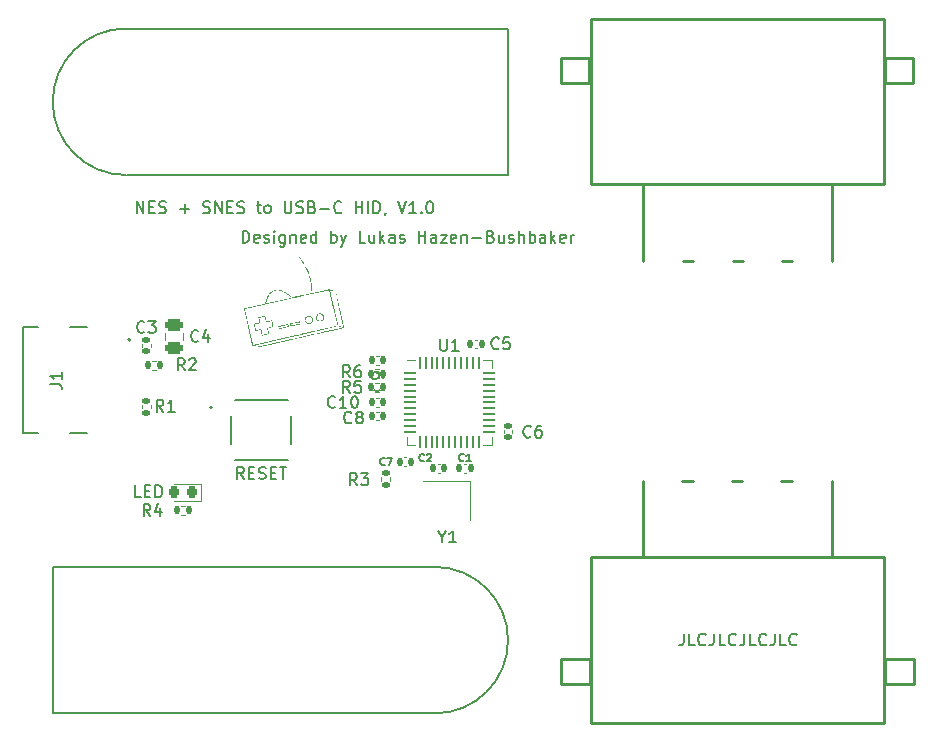
<source format=gbr>
%TF.GenerationSoftware,KiCad,Pcbnew,(6.0.10)*%
%TF.CreationDate,2023-01-18T21:36:02-05:00*%
%TF.ProjectId,32U4_NES_SNES_adapter,33325534-5f4e-4455-935f-534e45535f61,rev?*%
%TF.SameCoordinates,Original*%
%TF.FileFunction,Legend,Top*%
%TF.FilePolarity,Positive*%
%FSLAX46Y46*%
G04 Gerber Fmt 4.6, Leading zero omitted, Abs format (unit mm)*
G04 Created by KiCad (PCBNEW (6.0.10)) date 2023-01-18 21:36:02*
%MOMM*%
%LPD*%
G01*
G04 APERTURE LIST*
G04 Aperture macros list*
%AMRoundRect*
0 Rectangle with rounded corners*
0 $1 Rounding radius*
0 $2 $3 $4 $5 $6 $7 $8 $9 X,Y pos of 4 corners*
0 Add a 4 corners polygon primitive as box body*
4,1,4,$2,$3,$4,$5,$6,$7,$8,$9,$2,$3,0*
0 Add four circle primitives for the rounded corners*
1,1,$1+$1,$2,$3*
1,1,$1+$1,$4,$5*
1,1,$1+$1,$6,$7*
1,1,$1+$1,$8,$9*
0 Add four rect primitives between the rounded corners*
20,1,$1+$1,$2,$3,$4,$5,0*
20,1,$1+$1,$4,$5,$6,$7,0*
20,1,$1+$1,$6,$7,$8,$9,0*
20,1,$1+$1,$8,$9,$2,$3,0*%
G04 Aperture macros list end*
%ADD10C,0.150000*%
%ADD11C,0.127000*%
%ADD12C,0.200000*%
%ADD13C,0.120000*%
%ADD14C,0.254000*%
%ADD15R,1.000000X0.750000*%
%ADD16RoundRect,0.140000X0.140000X0.170000X-0.140000X0.170000X-0.140000X-0.170000X0.140000X-0.170000X0*%
%ADD17C,3.500000*%
%ADD18RoundRect,0.135000X-0.135000X-0.185000X0.135000X-0.185000X0.135000X0.185000X-0.135000X0.185000X0*%
%ADD19RoundRect,0.135000X0.185000X-0.135000X0.185000X0.135000X-0.185000X0.135000X-0.185000X-0.135000X0*%
%ADD20C,3.200000*%
%ADD21C,2.700000*%
%ADD22C,5.600000*%
%ADD23RoundRect,0.135000X0.135000X0.185000X-0.135000X0.185000X-0.135000X-0.185000X0.135000X-0.185000X0*%
%ADD24RoundRect,0.218750X0.218750X0.256250X-0.218750X0.256250X-0.218750X-0.256250X0.218750X-0.256250X0*%
%ADD25RoundRect,0.062500X-0.475000X-0.062500X0.475000X-0.062500X0.475000X0.062500X-0.475000X0.062500X0*%
%ADD26RoundRect,0.062500X-0.062500X-0.475000X0.062500X-0.475000X0.062500X0.475000X-0.062500X0.475000X0*%
%ADD27R,5.200000X5.200000*%
%ADD28RoundRect,0.140000X-0.170000X0.140000X-0.170000X-0.140000X0.170000X-0.140000X0.170000X0.140000X0*%
%ADD29R,1.400000X1.200000*%
%ADD30RoundRect,0.250000X0.475000X-0.250000X0.475000X0.250000X-0.475000X0.250000X-0.475000X-0.250000X0*%
%ADD31RoundRect,0.140000X-0.140000X-0.170000X0.140000X-0.170000X0.140000X0.170000X-0.140000X0.170000X0*%
%ADD32C,0.700000*%
%ADD33R,1.450000X0.600000*%
%ADD34R,1.450000X0.300000*%
%ADD35O,2.100000X1.050000*%
%ADD36RoundRect,0.140000X0.170000X-0.140000X0.170000X0.140000X-0.170000X0.140000X-0.170000X-0.140000X0*%
G04 APERTURE END LIST*
D10*
X107449038Y-107052561D02*
X107118371Y-106580180D01*
X106882180Y-107052561D02*
X106882180Y-106060561D01*
X107260085Y-106060561D01*
X107354561Y-106107800D01*
X107401800Y-106155038D01*
X107449038Y-106249514D01*
X107449038Y-106391228D01*
X107401800Y-106485704D01*
X107354561Y-106532942D01*
X107260085Y-106580180D01*
X106882180Y-106580180D01*
X107874180Y-106532942D02*
X108204847Y-106532942D01*
X108346561Y-107052561D02*
X107874180Y-107052561D01*
X107874180Y-106060561D01*
X108346561Y-106060561D01*
X108724466Y-107005323D02*
X108866180Y-107052561D01*
X109102371Y-107052561D01*
X109196847Y-107005323D01*
X109244085Y-106958085D01*
X109291323Y-106863609D01*
X109291323Y-106769133D01*
X109244085Y-106674657D01*
X109196847Y-106627419D01*
X109102371Y-106580180D01*
X108913419Y-106532942D01*
X108818942Y-106485704D01*
X108771704Y-106438466D01*
X108724466Y-106343990D01*
X108724466Y-106249514D01*
X108771704Y-106155038D01*
X108818942Y-106107800D01*
X108913419Y-106060561D01*
X109149609Y-106060561D01*
X109291323Y-106107800D01*
X109716466Y-106532942D02*
X110047133Y-106532942D01*
X110188847Y-107052561D02*
X109716466Y-107052561D01*
X109716466Y-106060561D01*
X110188847Y-106060561D01*
X110472276Y-106060561D02*
X111039133Y-106060561D01*
X110755704Y-107052561D02*
X110755704Y-106060561D01*
X98721942Y-108605580D02*
X98245752Y-108605580D01*
X98245752Y-107605580D01*
X99055276Y-108081771D02*
X99388609Y-108081771D01*
X99531466Y-108605580D02*
X99055276Y-108605580D01*
X99055276Y-107605580D01*
X99531466Y-107605580D01*
X99960038Y-108605580D02*
X99960038Y-107605580D01*
X100198133Y-107605580D01*
X100340990Y-107653200D01*
X100436228Y-107748438D01*
X100483847Y-107843676D01*
X100531466Y-108034152D01*
X100531466Y-108177009D01*
X100483847Y-108367485D01*
X100436228Y-108462723D01*
X100340990Y-108557961D01*
X100198133Y-108605580D01*
X99960038Y-108605580D01*
X107347619Y-87052380D02*
X107347619Y-86052380D01*
X107585714Y-86052380D01*
X107728571Y-86100000D01*
X107823809Y-86195238D01*
X107871428Y-86290476D01*
X107919047Y-86480952D01*
X107919047Y-86623809D01*
X107871428Y-86814285D01*
X107823809Y-86909523D01*
X107728571Y-87004761D01*
X107585714Y-87052380D01*
X107347619Y-87052380D01*
X108728571Y-87004761D02*
X108633333Y-87052380D01*
X108442857Y-87052380D01*
X108347619Y-87004761D01*
X108300000Y-86909523D01*
X108300000Y-86528571D01*
X108347619Y-86433333D01*
X108442857Y-86385714D01*
X108633333Y-86385714D01*
X108728571Y-86433333D01*
X108776190Y-86528571D01*
X108776190Y-86623809D01*
X108300000Y-86719047D01*
X109157142Y-87004761D02*
X109252380Y-87052380D01*
X109442857Y-87052380D01*
X109538095Y-87004761D01*
X109585714Y-86909523D01*
X109585714Y-86861904D01*
X109538095Y-86766666D01*
X109442857Y-86719047D01*
X109300000Y-86719047D01*
X109204761Y-86671428D01*
X109157142Y-86576190D01*
X109157142Y-86528571D01*
X109204761Y-86433333D01*
X109300000Y-86385714D01*
X109442857Y-86385714D01*
X109538095Y-86433333D01*
X110014285Y-87052380D02*
X110014285Y-86385714D01*
X110014285Y-86052380D02*
X109966666Y-86100000D01*
X110014285Y-86147619D01*
X110061904Y-86100000D01*
X110014285Y-86052380D01*
X110014285Y-86147619D01*
X110919047Y-86385714D02*
X110919047Y-87195238D01*
X110871428Y-87290476D01*
X110823809Y-87338095D01*
X110728571Y-87385714D01*
X110585714Y-87385714D01*
X110490476Y-87338095D01*
X110919047Y-87004761D02*
X110823809Y-87052380D01*
X110633333Y-87052380D01*
X110538095Y-87004761D01*
X110490476Y-86957142D01*
X110442857Y-86861904D01*
X110442857Y-86576190D01*
X110490476Y-86480952D01*
X110538095Y-86433333D01*
X110633333Y-86385714D01*
X110823809Y-86385714D01*
X110919047Y-86433333D01*
X111395238Y-86385714D02*
X111395238Y-87052380D01*
X111395238Y-86480952D02*
X111442857Y-86433333D01*
X111538095Y-86385714D01*
X111680952Y-86385714D01*
X111776190Y-86433333D01*
X111823809Y-86528571D01*
X111823809Y-87052380D01*
X112680952Y-87004761D02*
X112585714Y-87052380D01*
X112395238Y-87052380D01*
X112300000Y-87004761D01*
X112252380Y-86909523D01*
X112252380Y-86528571D01*
X112300000Y-86433333D01*
X112395238Y-86385714D01*
X112585714Y-86385714D01*
X112680952Y-86433333D01*
X112728571Y-86528571D01*
X112728571Y-86623809D01*
X112252380Y-86719047D01*
X113585714Y-87052380D02*
X113585714Y-86052380D01*
X113585714Y-87004761D02*
X113490476Y-87052380D01*
X113300000Y-87052380D01*
X113204761Y-87004761D01*
X113157142Y-86957142D01*
X113109523Y-86861904D01*
X113109523Y-86576190D01*
X113157142Y-86480952D01*
X113204761Y-86433333D01*
X113300000Y-86385714D01*
X113490476Y-86385714D01*
X113585714Y-86433333D01*
X114823809Y-87052380D02*
X114823809Y-86052380D01*
X114823809Y-86433333D02*
X114919047Y-86385714D01*
X115109523Y-86385714D01*
X115204761Y-86433333D01*
X115252380Y-86480952D01*
X115300000Y-86576190D01*
X115300000Y-86861904D01*
X115252380Y-86957142D01*
X115204761Y-87004761D01*
X115109523Y-87052380D01*
X114919047Y-87052380D01*
X114823809Y-87004761D01*
X115633333Y-86385714D02*
X115871428Y-87052380D01*
X116109523Y-86385714D02*
X115871428Y-87052380D01*
X115776190Y-87290476D01*
X115728571Y-87338095D01*
X115633333Y-87385714D01*
X117728571Y-87052380D02*
X117252380Y-87052380D01*
X117252380Y-86052380D01*
X118490476Y-86385714D02*
X118490476Y-87052380D01*
X118061904Y-86385714D02*
X118061904Y-86909523D01*
X118109523Y-87004761D01*
X118204761Y-87052380D01*
X118347619Y-87052380D01*
X118442857Y-87004761D01*
X118490476Y-86957142D01*
X118966666Y-87052380D02*
X118966666Y-86052380D01*
X119061904Y-86671428D02*
X119347619Y-87052380D01*
X119347619Y-86385714D02*
X118966666Y-86766666D01*
X120204761Y-87052380D02*
X120204761Y-86528571D01*
X120157142Y-86433333D01*
X120061904Y-86385714D01*
X119871428Y-86385714D01*
X119776190Y-86433333D01*
X120204761Y-87004761D02*
X120109523Y-87052380D01*
X119871428Y-87052380D01*
X119776190Y-87004761D01*
X119728571Y-86909523D01*
X119728571Y-86814285D01*
X119776190Y-86719047D01*
X119871428Y-86671428D01*
X120109523Y-86671428D01*
X120204761Y-86623809D01*
X120633333Y-87004761D02*
X120728571Y-87052380D01*
X120919047Y-87052380D01*
X121014285Y-87004761D01*
X121061904Y-86909523D01*
X121061904Y-86861904D01*
X121014285Y-86766666D01*
X120919047Y-86719047D01*
X120776190Y-86719047D01*
X120680952Y-86671428D01*
X120633333Y-86576190D01*
X120633333Y-86528571D01*
X120680952Y-86433333D01*
X120776190Y-86385714D01*
X120919047Y-86385714D01*
X121014285Y-86433333D01*
X122252380Y-87052380D02*
X122252380Y-86052380D01*
X122252380Y-86528571D02*
X122823809Y-86528571D01*
X122823809Y-87052380D02*
X122823809Y-86052380D01*
X123728571Y-87052380D02*
X123728571Y-86528571D01*
X123680952Y-86433333D01*
X123585714Y-86385714D01*
X123395238Y-86385714D01*
X123300000Y-86433333D01*
X123728571Y-87004761D02*
X123633333Y-87052380D01*
X123395238Y-87052380D01*
X123300000Y-87004761D01*
X123252380Y-86909523D01*
X123252380Y-86814285D01*
X123300000Y-86719047D01*
X123395238Y-86671428D01*
X123633333Y-86671428D01*
X123728571Y-86623809D01*
X124109523Y-86385714D02*
X124633333Y-86385714D01*
X124109523Y-87052380D01*
X124633333Y-87052380D01*
X125395238Y-87004761D02*
X125300000Y-87052380D01*
X125109523Y-87052380D01*
X125014285Y-87004761D01*
X124966666Y-86909523D01*
X124966666Y-86528571D01*
X125014285Y-86433333D01*
X125109523Y-86385714D01*
X125300000Y-86385714D01*
X125395238Y-86433333D01*
X125442857Y-86528571D01*
X125442857Y-86623809D01*
X124966666Y-86719047D01*
X125871428Y-86385714D02*
X125871428Y-87052380D01*
X125871428Y-86480952D02*
X125919047Y-86433333D01*
X126014285Y-86385714D01*
X126157142Y-86385714D01*
X126252380Y-86433333D01*
X126300000Y-86528571D01*
X126300000Y-87052380D01*
X126776190Y-86671428D02*
X127538095Y-86671428D01*
X128347619Y-86528571D02*
X128490476Y-86576190D01*
X128538095Y-86623809D01*
X128585714Y-86719047D01*
X128585714Y-86861904D01*
X128538095Y-86957142D01*
X128490476Y-87004761D01*
X128395238Y-87052380D01*
X128014285Y-87052380D01*
X128014285Y-86052380D01*
X128347619Y-86052380D01*
X128442857Y-86100000D01*
X128490476Y-86147619D01*
X128538095Y-86242857D01*
X128538095Y-86338095D01*
X128490476Y-86433333D01*
X128442857Y-86480952D01*
X128347619Y-86528571D01*
X128014285Y-86528571D01*
X129442857Y-86385714D02*
X129442857Y-87052380D01*
X129014285Y-86385714D02*
X129014285Y-86909523D01*
X129061904Y-87004761D01*
X129157142Y-87052380D01*
X129300000Y-87052380D01*
X129395238Y-87004761D01*
X129442857Y-86957142D01*
X129871428Y-87004761D02*
X129966666Y-87052380D01*
X130157142Y-87052380D01*
X130252380Y-87004761D01*
X130300000Y-86909523D01*
X130300000Y-86861904D01*
X130252380Y-86766666D01*
X130157142Y-86719047D01*
X130014285Y-86719047D01*
X129919047Y-86671428D01*
X129871428Y-86576190D01*
X129871428Y-86528571D01*
X129919047Y-86433333D01*
X130014285Y-86385714D01*
X130157142Y-86385714D01*
X130252380Y-86433333D01*
X130728571Y-87052380D02*
X130728571Y-86052380D01*
X131157142Y-87052380D02*
X131157142Y-86528571D01*
X131109523Y-86433333D01*
X131014285Y-86385714D01*
X130871428Y-86385714D01*
X130776190Y-86433333D01*
X130728571Y-86480952D01*
X131633333Y-87052380D02*
X131633333Y-86052380D01*
X131633333Y-86433333D02*
X131728571Y-86385714D01*
X131919047Y-86385714D01*
X132014285Y-86433333D01*
X132061904Y-86480952D01*
X132109523Y-86576190D01*
X132109523Y-86861904D01*
X132061904Y-86957142D01*
X132014285Y-87004761D01*
X131919047Y-87052380D01*
X131728571Y-87052380D01*
X131633333Y-87004761D01*
X132966666Y-87052380D02*
X132966666Y-86528571D01*
X132919047Y-86433333D01*
X132823809Y-86385714D01*
X132633333Y-86385714D01*
X132538095Y-86433333D01*
X132966666Y-87004761D02*
X132871428Y-87052380D01*
X132633333Y-87052380D01*
X132538095Y-87004761D01*
X132490476Y-86909523D01*
X132490476Y-86814285D01*
X132538095Y-86719047D01*
X132633333Y-86671428D01*
X132871428Y-86671428D01*
X132966666Y-86623809D01*
X133442857Y-87052380D02*
X133442857Y-86052380D01*
X133538095Y-86671428D02*
X133823809Y-87052380D01*
X133823809Y-86385714D02*
X133442857Y-86766666D01*
X134633333Y-87004761D02*
X134538095Y-87052380D01*
X134347619Y-87052380D01*
X134252380Y-87004761D01*
X134204761Y-86909523D01*
X134204761Y-86528571D01*
X134252380Y-86433333D01*
X134347619Y-86385714D01*
X134538095Y-86385714D01*
X134633333Y-86433333D01*
X134680952Y-86528571D01*
X134680952Y-86623809D01*
X134204761Y-86719047D01*
X135109523Y-87052380D02*
X135109523Y-86385714D01*
X135109523Y-86576190D02*
X135157142Y-86480952D01*
X135204761Y-86433333D01*
X135300000Y-86385714D01*
X135395238Y-86385714D01*
X98376190Y-84552380D02*
X98376190Y-83552380D01*
X98947619Y-84552380D01*
X98947619Y-83552380D01*
X99423809Y-84028571D02*
X99757142Y-84028571D01*
X99900000Y-84552380D02*
X99423809Y-84552380D01*
X99423809Y-83552380D01*
X99900000Y-83552380D01*
X100280952Y-84504761D02*
X100423809Y-84552380D01*
X100661904Y-84552380D01*
X100757142Y-84504761D01*
X100804761Y-84457142D01*
X100852380Y-84361904D01*
X100852380Y-84266666D01*
X100804761Y-84171428D01*
X100757142Y-84123809D01*
X100661904Y-84076190D01*
X100471428Y-84028571D01*
X100376190Y-83980952D01*
X100328571Y-83933333D01*
X100280952Y-83838095D01*
X100280952Y-83742857D01*
X100328571Y-83647619D01*
X100376190Y-83600000D01*
X100471428Y-83552380D01*
X100709523Y-83552380D01*
X100852380Y-83600000D01*
X102042857Y-84171428D02*
X102804761Y-84171428D01*
X102423809Y-84552380D02*
X102423809Y-83790476D01*
X103995238Y-84504761D02*
X104138095Y-84552380D01*
X104376190Y-84552380D01*
X104471428Y-84504761D01*
X104519047Y-84457142D01*
X104566666Y-84361904D01*
X104566666Y-84266666D01*
X104519047Y-84171428D01*
X104471428Y-84123809D01*
X104376190Y-84076190D01*
X104185714Y-84028571D01*
X104090476Y-83980952D01*
X104042857Y-83933333D01*
X103995238Y-83838095D01*
X103995238Y-83742857D01*
X104042857Y-83647619D01*
X104090476Y-83600000D01*
X104185714Y-83552380D01*
X104423809Y-83552380D01*
X104566666Y-83600000D01*
X104995238Y-84552380D02*
X104995238Y-83552380D01*
X105566666Y-84552380D01*
X105566666Y-83552380D01*
X106042857Y-84028571D02*
X106376190Y-84028571D01*
X106519047Y-84552380D02*
X106042857Y-84552380D01*
X106042857Y-83552380D01*
X106519047Y-83552380D01*
X106900000Y-84504761D02*
X107042857Y-84552380D01*
X107280952Y-84552380D01*
X107376190Y-84504761D01*
X107423809Y-84457142D01*
X107471428Y-84361904D01*
X107471428Y-84266666D01*
X107423809Y-84171428D01*
X107376190Y-84123809D01*
X107280952Y-84076190D01*
X107090476Y-84028571D01*
X106995238Y-83980952D01*
X106947619Y-83933333D01*
X106900000Y-83838095D01*
X106900000Y-83742857D01*
X106947619Y-83647619D01*
X106995238Y-83600000D01*
X107090476Y-83552380D01*
X107328571Y-83552380D01*
X107471428Y-83600000D01*
X108519047Y-83885714D02*
X108900000Y-83885714D01*
X108661904Y-83552380D02*
X108661904Y-84409523D01*
X108709523Y-84504761D01*
X108804761Y-84552380D01*
X108900000Y-84552380D01*
X109376190Y-84552380D02*
X109280952Y-84504761D01*
X109233333Y-84457142D01*
X109185714Y-84361904D01*
X109185714Y-84076190D01*
X109233333Y-83980952D01*
X109280952Y-83933333D01*
X109376190Y-83885714D01*
X109519047Y-83885714D01*
X109614285Y-83933333D01*
X109661904Y-83980952D01*
X109709523Y-84076190D01*
X109709523Y-84361904D01*
X109661904Y-84457142D01*
X109614285Y-84504761D01*
X109519047Y-84552380D01*
X109376190Y-84552380D01*
X110900000Y-83552380D02*
X110900000Y-84361904D01*
X110947619Y-84457142D01*
X110995238Y-84504761D01*
X111090476Y-84552380D01*
X111280952Y-84552380D01*
X111376190Y-84504761D01*
X111423809Y-84457142D01*
X111471428Y-84361904D01*
X111471428Y-83552380D01*
X111900000Y-84504761D02*
X112042857Y-84552380D01*
X112280952Y-84552380D01*
X112376190Y-84504761D01*
X112423809Y-84457142D01*
X112471428Y-84361904D01*
X112471428Y-84266666D01*
X112423809Y-84171428D01*
X112376190Y-84123809D01*
X112280952Y-84076190D01*
X112090476Y-84028571D01*
X111995238Y-83980952D01*
X111947619Y-83933333D01*
X111900000Y-83838095D01*
X111900000Y-83742857D01*
X111947619Y-83647619D01*
X111995238Y-83600000D01*
X112090476Y-83552380D01*
X112328571Y-83552380D01*
X112471428Y-83600000D01*
X113233333Y-84028571D02*
X113376190Y-84076190D01*
X113423809Y-84123809D01*
X113471428Y-84219047D01*
X113471428Y-84361904D01*
X113423809Y-84457142D01*
X113376190Y-84504761D01*
X113280952Y-84552380D01*
X112900000Y-84552380D01*
X112900000Y-83552380D01*
X113233333Y-83552380D01*
X113328571Y-83600000D01*
X113376190Y-83647619D01*
X113423809Y-83742857D01*
X113423809Y-83838095D01*
X113376190Y-83933333D01*
X113328571Y-83980952D01*
X113233333Y-84028571D01*
X112900000Y-84028571D01*
X113900000Y-84171428D02*
X114661904Y-84171428D01*
X115709523Y-84457142D02*
X115661904Y-84504761D01*
X115519047Y-84552380D01*
X115423809Y-84552380D01*
X115280952Y-84504761D01*
X115185714Y-84409523D01*
X115138095Y-84314285D01*
X115090476Y-84123809D01*
X115090476Y-83980952D01*
X115138095Y-83790476D01*
X115185714Y-83695238D01*
X115280952Y-83600000D01*
X115423809Y-83552380D01*
X115519047Y-83552380D01*
X115661904Y-83600000D01*
X115709523Y-83647619D01*
X116900000Y-84552380D02*
X116900000Y-83552380D01*
X116900000Y-84028571D02*
X117471428Y-84028571D01*
X117471428Y-84552380D02*
X117471428Y-83552380D01*
X117947619Y-84552380D02*
X117947619Y-83552380D01*
X118423809Y-84552380D02*
X118423809Y-83552380D01*
X118661904Y-83552380D01*
X118804761Y-83600000D01*
X118900000Y-83695238D01*
X118947619Y-83790476D01*
X118995238Y-83980952D01*
X118995238Y-84123809D01*
X118947619Y-84314285D01*
X118900000Y-84409523D01*
X118804761Y-84504761D01*
X118661904Y-84552380D01*
X118423809Y-84552380D01*
X119471428Y-84504761D02*
X119471428Y-84552380D01*
X119423809Y-84647619D01*
X119376190Y-84695238D01*
X120519047Y-83552380D02*
X120852380Y-84552380D01*
X121185714Y-83552380D01*
X122042857Y-84552380D02*
X121471428Y-84552380D01*
X121757142Y-84552380D02*
X121757142Y-83552380D01*
X121661904Y-83695238D01*
X121566666Y-83790476D01*
X121471428Y-83838095D01*
X122471428Y-84457142D02*
X122519047Y-84504761D01*
X122471428Y-84552380D01*
X122423809Y-84504761D01*
X122471428Y-84457142D01*
X122471428Y-84552380D01*
X123138095Y-83552380D02*
X123233333Y-83552380D01*
X123328571Y-83600000D01*
X123376190Y-83647619D01*
X123423809Y-83742857D01*
X123471428Y-83933333D01*
X123471428Y-84171428D01*
X123423809Y-84361904D01*
X123376190Y-84457142D01*
X123328571Y-84504761D01*
X123233333Y-84552380D01*
X123138095Y-84552380D01*
X123042857Y-84504761D01*
X122995238Y-84457142D01*
X122947619Y-84361904D01*
X122900000Y-84171428D01*
X122900000Y-83933333D01*
X122947619Y-83742857D01*
X122995238Y-83647619D01*
X123042857Y-83600000D01*
X123138095Y-83552380D01*
X144680952Y-120152380D02*
X144680952Y-120866666D01*
X144633333Y-121009523D01*
X144538095Y-121104761D01*
X144395238Y-121152380D01*
X144300000Y-121152380D01*
X145633333Y-121152380D02*
X145157142Y-121152380D01*
X145157142Y-120152380D01*
X146538095Y-121057142D02*
X146490476Y-121104761D01*
X146347619Y-121152380D01*
X146252380Y-121152380D01*
X146109523Y-121104761D01*
X146014285Y-121009523D01*
X145966666Y-120914285D01*
X145919047Y-120723809D01*
X145919047Y-120580952D01*
X145966666Y-120390476D01*
X146014285Y-120295238D01*
X146109523Y-120200000D01*
X146252380Y-120152380D01*
X146347619Y-120152380D01*
X146490476Y-120200000D01*
X146538095Y-120247619D01*
X147252380Y-120152380D02*
X147252380Y-120866666D01*
X147204761Y-121009523D01*
X147109523Y-121104761D01*
X146966666Y-121152380D01*
X146871428Y-121152380D01*
X148204761Y-121152380D02*
X147728571Y-121152380D01*
X147728571Y-120152380D01*
X149109523Y-121057142D02*
X149061904Y-121104761D01*
X148919047Y-121152380D01*
X148823809Y-121152380D01*
X148680952Y-121104761D01*
X148585714Y-121009523D01*
X148538095Y-120914285D01*
X148490476Y-120723809D01*
X148490476Y-120580952D01*
X148538095Y-120390476D01*
X148585714Y-120295238D01*
X148680952Y-120200000D01*
X148823809Y-120152380D01*
X148919047Y-120152380D01*
X149061904Y-120200000D01*
X149109523Y-120247619D01*
X149823809Y-120152380D02*
X149823809Y-120866666D01*
X149776190Y-121009523D01*
X149680952Y-121104761D01*
X149538095Y-121152380D01*
X149442857Y-121152380D01*
X150776190Y-121152380D02*
X150300000Y-121152380D01*
X150300000Y-120152380D01*
X151680952Y-121057142D02*
X151633333Y-121104761D01*
X151490476Y-121152380D01*
X151395238Y-121152380D01*
X151252380Y-121104761D01*
X151157142Y-121009523D01*
X151109523Y-120914285D01*
X151061904Y-120723809D01*
X151061904Y-120580952D01*
X151109523Y-120390476D01*
X151157142Y-120295238D01*
X151252380Y-120200000D01*
X151395238Y-120152380D01*
X151490476Y-120152380D01*
X151633333Y-120200000D01*
X151680952Y-120247619D01*
X152395238Y-120152380D02*
X152395238Y-120866666D01*
X152347619Y-121009523D01*
X152252380Y-121104761D01*
X152109523Y-121152380D01*
X152014285Y-121152380D01*
X153347619Y-121152380D02*
X152871428Y-121152380D01*
X152871428Y-120152380D01*
X154252380Y-121057142D02*
X154204761Y-121104761D01*
X154061904Y-121152380D01*
X153966666Y-121152380D01*
X153823809Y-121104761D01*
X153728571Y-121009523D01*
X153680952Y-120914285D01*
X153633333Y-120723809D01*
X153633333Y-120580952D01*
X153680952Y-120390476D01*
X153728571Y-120295238D01*
X153823809Y-120200000D01*
X153966666Y-120152380D01*
X154061904Y-120152380D01*
X154204761Y-120200000D01*
X154252380Y-120247619D01*
%TO.C,C9*%
X119134542Y-98982666D02*
X119182161Y-99030285D01*
X119229780Y-99173142D01*
X119229780Y-99268380D01*
X119182161Y-99411238D01*
X119086923Y-99506476D01*
X118991685Y-99554095D01*
X118801209Y-99601714D01*
X118658352Y-99601714D01*
X118467876Y-99554095D01*
X118372638Y-99506476D01*
X118277400Y-99411238D01*
X118229780Y-99268380D01*
X118229780Y-99173142D01*
X118277400Y-99030285D01*
X118325019Y-98982666D01*
X119229780Y-98506476D02*
X119229780Y-98316000D01*
X119182161Y-98220761D01*
X119134542Y-98173142D01*
X118991685Y-98077904D01*
X118801209Y-98030285D01*
X118420257Y-98030285D01*
X118325019Y-98077904D01*
X118277400Y-98125523D01*
X118229780Y-98220761D01*
X118229780Y-98411238D01*
X118277400Y-98506476D01*
X118325019Y-98554095D01*
X118420257Y-98601714D01*
X118658352Y-98601714D01*
X118753590Y-98554095D01*
X118801209Y-98506476D01*
X118848828Y-98411238D01*
X118848828Y-98220761D01*
X118801209Y-98125523D01*
X118753590Y-98077904D01*
X118658352Y-98030285D01*
%TO.C,C7*%
X119375766Y-105839985D02*
X119345528Y-105870223D01*
X119254814Y-105900461D01*
X119194338Y-105900461D01*
X119103623Y-105870223D01*
X119043147Y-105809747D01*
X119012909Y-105749271D01*
X118982671Y-105628319D01*
X118982671Y-105537604D01*
X119012909Y-105416652D01*
X119043147Y-105356176D01*
X119103623Y-105295700D01*
X119194338Y-105265461D01*
X119254814Y-105265461D01*
X119345528Y-105295700D01*
X119375766Y-105325938D01*
X119587433Y-105265461D02*
X120010766Y-105265461D01*
X119738623Y-105900461D01*
%TO.C,C8*%
X116560333Y-102257142D02*
X116512714Y-102304761D01*
X116369857Y-102352380D01*
X116274619Y-102352380D01*
X116131761Y-102304761D01*
X116036523Y-102209523D01*
X115988904Y-102114285D01*
X115941285Y-101923809D01*
X115941285Y-101780952D01*
X115988904Y-101590476D01*
X116036523Y-101495238D01*
X116131761Y-101400000D01*
X116274619Y-101352380D01*
X116369857Y-101352380D01*
X116512714Y-101400000D01*
X116560333Y-101447619D01*
X117131761Y-101780952D02*
X117036523Y-101733333D01*
X116988904Y-101685714D01*
X116941285Y-101590476D01*
X116941285Y-101542857D01*
X116988904Y-101447619D01*
X117036523Y-101400000D01*
X117131761Y-101352380D01*
X117322238Y-101352380D01*
X117417476Y-101400000D01*
X117465095Y-101447619D01*
X117512714Y-101542857D01*
X117512714Y-101590476D01*
X117465095Y-101685714D01*
X117417476Y-101733333D01*
X117322238Y-101780952D01*
X117131761Y-101780952D01*
X117036523Y-101828571D01*
X116988904Y-101876190D01*
X116941285Y-101971428D01*
X116941285Y-102161904D01*
X116988904Y-102257142D01*
X117036523Y-102304761D01*
X117131761Y-102352380D01*
X117322238Y-102352380D01*
X117417476Y-102304761D01*
X117465095Y-102257142D01*
X117512714Y-102161904D01*
X117512714Y-101971428D01*
X117465095Y-101876190D01*
X117417476Y-101828571D01*
X117322238Y-101780952D01*
%TO.C,R6*%
X116433333Y-98452380D02*
X116100000Y-97976190D01*
X115861904Y-98452380D02*
X115861904Y-97452380D01*
X116242857Y-97452380D01*
X116338095Y-97500000D01*
X116385714Y-97547619D01*
X116433333Y-97642857D01*
X116433333Y-97785714D01*
X116385714Y-97880952D01*
X116338095Y-97928571D01*
X116242857Y-97976190D01*
X115861904Y-97976190D01*
X117290476Y-97452380D02*
X117100000Y-97452380D01*
X117004761Y-97500000D01*
X116957142Y-97547619D01*
X116861904Y-97690476D01*
X116814285Y-97880952D01*
X116814285Y-98261904D01*
X116861904Y-98357142D01*
X116909523Y-98404761D01*
X117004761Y-98452380D01*
X117195238Y-98452380D01*
X117290476Y-98404761D01*
X117338095Y-98357142D01*
X117385714Y-98261904D01*
X117385714Y-98023809D01*
X117338095Y-97928571D01*
X117290476Y-97880952D01*
X117195238Y-97833333D01*
X117004761Y-97833333D01*
X116909523Y-97880952D01*
X116861904Y-97928571D01*
X116814285Y-98023809D01*
%TO.C,R3*%
X117028533Y-107593780D02*
X116695200Y-107117590D01*
X116457104Y-107593780D02*
X116457104Y-106593780D01*
X116838057Y-106593780D01*
X116933295Y-106641400D01*
X116980914Y-106689019D01*
X117028533Y-106784257D01*
X117028533Y-106927114D01*
X116980914Y-107022352D01*
X116933295Y-107069971D01*
X116838057Y-107117590D01*
X116457104Y-107117590D01*
X117361866Y-106593780D02*
X117980914Y-106593780D01*
X117647580Y-106974733D01*
X117790438Y-106974733D01*
X117885676Y-107022352D01*
X117933295Y-107069971D01*
X117980914Y-107165209D01*
X117980914Y-107403304D01*
X117933295Y-107498542D01*
X117885676Y-107546161D01*
X117790438Y-107593780D01*
X117504723Y-107593780D01*
X117409485Y-107546161D01*
X117361866Y-107498542D01*
%TO.C,R4*%
X99528333Y-110180380D02*
X99195000Y-109704190D01*
X98956904Y-110180380D02*
X98956904Y-109180380D01*
X99337857Y-109180380D01*
X99433095Y-109228000D01*
X99480714Y-109275619D01*
X99528333Y-109370857D01*
X99528333Y-109513714D01*
X99480714Y-109608952D01*
X99433095Y-109656571D01*
X99337857Y-109704190D01*
X98956904Y-109704190D01*
X100385476Y-109513714D02*
X100385476Y-110180380D01*
X100147380Y-109132761D02*
X99909285Y-109847047D01*
X100528333Y-109847047D01*
%TO.C,C10*%
X115181142Y-100957142D02*
X115133523Y-101004761D01*
X114990666Y-101052380D01*
X114895428Y-101052380D01*
X114752571Y-101004761D01*
X114657333Y-100909523D01*
X114609714Y-100814285D01*
X114562095Y-100623809D01*
X114562095Y-100480952D01*
X114609714Y-100290476D01*
X114657333Y-100195238D01*
X114752571Y-100100000D01*
X114895428Y-100052380D01*
X114990666Y-100052380D01*
X115133523Y-100100000D01*
X115181142Y-100147619D01*
X116133523Y-101052380D02*
X115562095Y-101052380D01*
X115847809Y-101052380D02*
X115847809Y-100052380D01*
X115752571Y-100195238D01*
X115657333Y-100290476D01*
X115562095Y-100338095D01*
X116752571Y-100052380D02*
X116847809Y-100052380D01*
X116943047Y-100100000D01*
X116990666Y-100147619D01*
X117038285Y-100242857D01*
X117085904Y-100433333D01*
X117085904Y-100671428D01*
X117038285Y-100861904D01*
X116990666Y-100957142D01*
X116943047Y-101004761D01*
X116847809Y-101052380D01*
X116752571Y-101052380D01*
X116657333Y-101004761D01*
X116609714Y-100957142D01*
X116562095Y-100861904D01*
X116514476Y-100671428D01*
X116514476Y-100433333D01*
X116562095Y-100242857D01*
X116609714Y-100147619D01*
X116657333Y-100100000D01*
X116752571Y-100052380D01*
%TO.C,R5*%
X116433333Y-99752380D02*
X116100000Y-99276190D01*
X115861904Y-99752380D02*
X115861904Y-98752380D01*
X116242857Y-98752380D01*
X116338095Y-98800000D01*
X116385714Y-98847619D01*
X116433333Y-98942857D01*
X116433333Y-99085714D01*
X116385714Y-99180952D01*
X116338095Y-99228571D01*
X116242857Y-99276190D01*
X115861904Y-99276190D01*
X117338095Y-98752380D02*
X116861904Y-98752380D01*
X116814285Y-99228571D01*
X116861904Y-99180952D01*
X116957142Y-99133333D01*
X117195238Y-99133333D01*
X117290476Y-99180952D01*
X117338095Y-99228571D01*
X117385714Y-99323809D01*
X117385714Y-99561904D01*
X117338095Y-99657142D01*
X117290476Y-99704761D01*
X117195238Y-99752380D01*
X116957142Y-99752380D01*
X116861904Y-99704761D01*
X116814285Y-99657142D01*
%TO.C,R2*%
X102433333Y-97852380D02*
X102100000Y-97376190D01*
X101861904Y-97852380D02*
X101861904Y-96852380D01*
X102242857Y-96852380D01*
X102338095Y-96900000D01*
X102385714Y-96947619D01*
X102433333Y-97042857D01*
X102433333Y-97185714D01*
X102385714Y-97280952D01*
X102338095Y-97328571D01*
X102242857Y-97376190D01*
X101861904Y-97376190D01*
X102814285Y-96947619D02*
X102861904Y-96900000D01*
X102957142Y-96852380D01*
X103195238Y-96852380D01*
X103290476Y-96900000D01*
X103338095Y-96947619D01*
X103385714Y-97042857D01*
X103385714Y-97138095D01*
X103338095Y-97280952D01*
X102766666Y-97852380D01*
X103385714Y-97852380D01*
%TO.C,U1*%
X124079095Y-95216380D02*
X124079095Y-96025904D01*
X124126714Y-96121142D01*
X124174333Y-96168761D01*
X124269571Y-96216380D01*
X124460047Y-96216380D01*
X124555285Y-96168761D01*
X124602904Y-96121142D01*
X124650523Y-96025904D01*
X124650523Y-95216380D01*
X125650523Y-96216380D02*
X125079095Y-96216380D01*
X125364809Y-96216380D02*
X125364809Y-95216380D01*
X125269571Y-95359238D01*
X125174333Y-95454476D01*
X125079095Y-95502095D01*
%TO.C,R1*%
X100633333Y-101352380D02*
X100300000Y-100876190D01*
X100061904Y-101352380D02*
X100061904Y-100352380D01*
X100442857Y-100352380D01*
X100538095Y-100400000D01*
X100585714Y-100447619D01*
X100633333Y-100542857D01*
X100633333Y-100685714D01*
X100585714Y-100780952D01*
X100538095Y-100828571D01*
X100442857Y-100876190D01*
X100061904Y-100876190D01*
X101585714Y-101352380D02*
X101014285Y-101352380D01*
X101300000Y-101352380D02*
X101300000Y-100352380D01*
X101204761Y-100495238D01*
X101109523Y-100590476D01*
X101014285Y-100638095D01*
%TO.C,C6*%
X131733333Y-103457142D02*
X131685714Y-103504761D01*
X131542857Y-103552380D01*
X131447619Y-103552380D01*
X131304761Y-103504761D01*
X131209523Y-103409523D01*
X131161904Y-103314285D01*
X131114285Y-103123809D01*
X131114285Y-102980952D01*
X131161904Y-102790476D01*
X131209523Y-102695238D01*
X131304761Y-102600000D01*
X131447619Y-102552380D01*
X131542857Y-102552380D01*
X131685714Y-102600000D01*
X131733333Y-102647619D01*
X132590476Y-102552380D02*
X132400000Y-102552380D01*
X132304761Y-102600000D01*
X132257142Y-102647619D01*
X132161904Y-102790476D01*
X132114285Y-102980952D01*
X132114285Y-103361904D01*
X132161904Y-103457142D01*
X132209523Y-103504761D01*
X132304761Y-103552380D01*
X132495238Y-103552380D01*
X132590476Y-103504761D01*
X132638095Y-103457142D01*
X132685714Y-103361904D01*
X132685714Y-103123809D01*
X132638095Y-103028571D01*
X132590476Y-102980952D01*
X132495238Y-102933333D01*
X132304761Y-102933333D01*
X132209523Y-102980952D01*
X132161904Y-103028571D01*
X132114285Y-103123809D01*
%TO.C,Y1*%
X124223809Y-111956190D02*
X124223809Y-112432380D01*
X123890476Y-111432380D02*
X124223809Y-111956190D01*
X124557142Y-111432380D01*
X125414285Y-112432380D02*
X124842857Y-112432380D01*
X125128571Y-112432380D02*
X125128571Y-111432380D01*
X125033333Y-111575238D01*
X124938095Y-111670476D01*
X124842857Y-111718095D01*
%TO.C,C1*%
X126055966Y-105484385D02*
X126025728Y-105514623D01*
X125935014Y-105544861D01*
X125874538Y-105544861D01*
X125783823Y-105514623D01*
X125723347Y-105454147D01*
X125693109Y-105393671D01*
X125662871Y-105272719D01*
X125662871Y-105182004D01*
X125693109Y-105061052D01*
X125723347Y-105000576D01*
X125783823Y-104940100D01*
X125874538Y-104909861D01*
X125935014Y-104909861D01*
X126025728Y-104940100D01*
X126055966Y-104970338D01*
X126660728Y-105544861D02*
X126297871Y-105544861D01*
X126479300Y-105544861D02*
X126479300Y-104909861D01*
X126418823Y-105000576D01*
X126358347Y-105061052D01*
X126297871Y-105091290D01*
%TO.C,C4*%
X103592333Y-95353142D02*
X103544714Y-95400761D01*
X103401857Y-95448380D01*
X103306619Y-95448380D01*
X103163761Y-95400761D01*
X103068523Y-95305523D01*
X103020904Y-95210285D01*
X102973285Y-95019809D01*
X102973285Y-94876952D01*
X103020904Y-94686476D01*
X103068523Y-94591238D01*
X103163761Y-94496000D01*
X103306619Y-94448380D01*
X103401857Y-94448380D01*
X103544714Y-94496000D01*
X103592333Y-94543619D01*
X104449476Y-94781714D02*
X104449476Y-95448380D01*
X104211380Y-94400761D02*
X103973285Y-95115047D01*
X104592333Y-95115047D01*
%TO.C,C2*%
X122703166Y-105509785D02*
X122672928Y-105540023D01*
X122582214Y-105570261D01*
X122521738Y-105570261D01*
X122431023Y-105540023D01*
X122370547Y-105479547D01*
X122340309Y-105419071D01*
X122310071Y-105298119D01*
X122310071Y-105207404D01*
X122340309Y-105086452D01*
X122370547Y-105025976D01*
X122431023Y-104965500D01*
X122521738Y-104935261D01*
X122582214Y-104935261D01*
X122672928Y-104965500D01*
X122703166Y-104995738D01*
X122945071Y-104995738D02*
X122975309Y-104965500D01*
X123035785Y-104935261D01*
X123186976Y-104935261D01*
X123247452Y-104965500D01*
X123277690Y-104995738D01*
X123307928Y-105056214D01*
X123307928Y-105116690D01*
X123277690Y-105207404D01*
X122914833Y-105570261D01*
X123307928Y-105570261D01*
%TO.C,C5*%
X129033333Y-95988142D02*
X128985714Y-96035761D01*
X128842857Y-96083380D01*
X128747619Y-96083380D01*
X128604761Y-96035761D01*
X128509523Y-95940523D01*
X128461904Y-95845285D01*
X128414285Y-95654809D01*
X128414285Y-95511952D01*
X128461904Y-95321476D01*
X128509523Y-95226238D01*
X128604761Y-95131000D01*
X128747619Y-95083380D01*
X128842857Y-95083380D01*
X128985714Y-95131000D01*
X129033333Y-95178619D01*
X129938095Y-95083380D02*
X129461904Y-95083380D01*
X129414285Y-95559571D01*
X129461904Y-95511952D01*
X129557142Y-95464333D01*
X129795238Y-95464333D01*
X129890476Y-95511952D01*
X129938095Y-95559571D01*
X129985714Y-95654809D01*
X129985714Y-95892904D01*
X129938095Y-95988142D01*
X129890476Y-96035761D01*
X129795238Y-96083380D01*
X129557142Y-96083380D01*
X129461904Y-96035761D01*
X129414285Y-95988142D01*
%TO.C,J1*%
X91052380Y-99033333D02*
X91766666Y-99033333D01*
X91909523Y-99080952D01*
X92004761Y-99176190D01*
X92052380Y-99319047D01*
X92052380Y-99414285D01*
X92052380Y-98033333D02*
X92052380Y-98604761D01*
X92052380Y-98319047D02*
X91052380Y-98319047D01*
X91195238Y-98414285D01*
X91290476Y-98509523D01*
X91338095Y-98604761D01*
%TO.C,C3*%
X99020333Y-94591142D02*
X98972714Y-94638761D01*
X98829857Y-94686380D01*
X98734619Y-94686380D01*
X98591761Y-94638761D01*
X98496523Y-94543523D01*
X98448904Y-94448285D01*
X98401285Y-94257809D01*
X98401285Y-94114952D01*
X98448904Y-93924476D01*
X98496523Y-93829238D01*
X98591761Y-93734000D01*
X98734619Y-93686380D01*
X98829857Y-93686380D01*
X98972714Y-93734000D01*
X99020333Y-93781619D01*
X99353666Y-93686380D02*
X99972714Y-93686380D01*
X99639380Y-94067333D01*
X99782238Y-94067333D01*
X99877476Y-94114952D01*
X99925095Y-94162571D01*
X99972714Y-94257809D01*
X99972714Y-94495904D01*
X99925095Y-94591142D01*
X99877476Y-94638761D01*
X99782238Y-94686380D01*
X99496523Y-94686380D01*
X99401285Y-94638761D01*
X99353666Y-94591142D01*
D11*
%TO.C,S1*%
X111472500Y-104075400D02*
X111472500Y-101715400D01*
X106372500Y-101715400D02*
X106372500Y-104075400D01*
D12*
X104772500Y-101020400D02*
G75*
G03*
X104772500Y-101020400I-100000J0D01*
G01*
D11*
X111172500Y-100345400D02*
X106672500Y-100345400D01*
X111172500Y-105445400D02*
X106672500Y-105445400D01*
D13*
%TO.C,C9*%
X118878236Y-96668000D02*
X118662564Y-96668000D01*
X118878236Y-97388000D02*
X118662564Y-97388000D01*
%TO.C,C7*%
X121215036Y-105947800D02*
X120999364Y-105947800D01*
X121215036Y-105227800D02*
X120999364Y-105227800D01*
%TO.C,C8*%
X118852836Y-101367000D02*
X118637164Y-101367000D01*
X118852836Y-102087000D02*
X118637164Y-102087000D01*
D10*
%TO.C,J2*%
X91264000Y-126909000D02*
X91264000Y-114509000D01*
X91264000Y-126909000D02*
X123664000Y-126909000D01*
X91264000Y-114509000D02*
X123564000Y-114509000D01*
X129814000Y-120709000D02*
G75*
G03*
X123614000Y-114509000I-6200000J0D01*
G01*
X123614000Y-126909000D02*
G75*
G03*
X129814000Y-120709000I0J6200000D01*
G01*
D13*
%TO.C,R6*%
X118591359Y-97791000D02*
X118898641Y-97791000D01*
X118591359Y-98551000D02*
X118898641Y-98551000D01*
%TO.C,R3*%
X119836200Y-107240041D02*
X119836200Y-106932759D01*
X119076200Y-107240041D02*
X119076200Y-106932759D01*
D14*
%TO.C,J5*%
X157225000Y-82125000D02*
X157225000Y-88625000D01*
X153016150Y-88625000D02*
X153892850Y-88625000D01*
X141225000Y-82125000D02*
X141225000Y-88625000D01*
X148825150Y-88625000D02*
X149701850Y-88625000D01*
X144634150Y-88625000D02*
X145510850Y-88625000D01*
X136825000Y-68125000D02*
X161625000Y-68125000D01*
X161625000Y-68125000D02*
X161625000Y-82125000D01*
X161625000Y-82125000D02*
X136825000Y-82125000D01*
X136825000Y-82125000D02*
X136825000Y-68125000D01*
X134268500Y-71425000D02*
X136681500Y-71425000D01*
X136681500Y-71425000D02*
X136681500Y-73525000D01*
X136681500Y-73525000D02*
X134268500Y-73525000D01*
X134268500Y-73525000D02*
X134268500Y-71425000D01*
X161725000Y-71425000D02*
X164138000Y-71425000D01*
X164138000Y-71425000D02*
X164138000Y-73525000D01*
X164138000Y-73525000D02*
X161725000Y-73525000D01*
X161725000Y-73525000D02*
X161725000Y-71425000D01*
%TO.C,J4*%
X157225000Y-113709000D02*
X157225000Y-107209000D01*
X145433850Y-107209000D02*
X144557150Y-107209000D01*
X141225000Y-113709000D02*
X141225000Y-107209000D01*
X153815850Y-107209000D02*
X152939150Y-107209000D01*
X149624850Y-107209000D02*
X148748150Y-107209000D01*
X164181500Y-124409000D02*
X161768500Y-124409000D01*
X161768500Y-124409000D02*
X161768500Y-122309000D01*
X161768500Y-122309000D02*
X164181500Y-122309000D01*
X164181500Y-122309000D02*
X164181500Y-124409000D01*
X161625000Y-127709000D02*
X136825000Y-127709000D01*
X136825000Y-127709000D02*
X136825000Y-113709000D01*
X136825000Y-113709000D02*
X161625000Y-113709000D01*
X161625000Y-113709000D02*
X161625000Y-127709000D01*
X136725000Y-124409000D02*
X134312000Y-124409000D01*
X134312000Y-124409000D02*
X134312000Y-122309000D01*
X134312000Y-122309000D02*
X136725000Y-122309000D01*
X136725000Y-122309000D02*
X136725000Y-124409000D01*
D13*
%TO.C,R4*%
X102464841Y-109348000D02*
X102157559Y-109348000D01*
X102464841Y-110108000D02*
X102157559Y-110108000D01*
%TO.C,C10*%
X118852836Y-100224000D02*
X118637164Y-100224000D01*
X118852836Y-100944000D02*
X118637164Y-100944000D01*
%TO.C,D1*%
X103796200Y-108939000D02*
X103796200Y-107469000D01*
X103796200Y-107469000D02*
X101511200Y-107469000D01*
X101511200Y-108939000D02*
X103796200Y-108939000D01*
%TO.C,R5*%
X118591359Y-99694000D02*
X118898641Y-99694000D01*
X118591359Y-98934000D02*
X118898641Y-98934000D01*
%TO.C,G\u002A\u002A\u002A*%
G36*
X108292921Y-93947126D02*
G01*
X108289727Y-93931378D01*
X108288596Y-93924343D01*
X108288636Y-93924075D01*
X108293904Y-93922525D01*
X108308153Y-93918934D01*
X108330397Y-93913534D01*
X108359651Y-93906559D01*
X108394931Y-93898241D01*
X108435251Y-93888816D01*
X108479627Y-93878516D01*
X108525087Y-93868031D01*
X108572500Y-93857076D01*
X108616857Y-93846724D01*
X108657165Y-93837215D01*
X108692429Y-93828789D01*
X108721655Y-93821685D01*
X108743849Y-93816141D01*
X108758017Y-93812398D01*
X108763139Y-93810726D01*
X108762927Y-93805162D01*
X108760805Y-93790620D01*
X108756964Y-93768127D01*
X108751594Y-93738709D01*
X108744886Y-93703390D01*
X108737030Y-93663198D01*
X108728216Y-93619158D01*
X108721307Y-93585269D01*
X108711874Y-93539142D01*
X108703173Y-93496185D01*
X108695402Y-93457413D01*
X108688761Y-93423843D01*
X108683450Y-93396489D01*
X108679669Y-93376368D01*
X108677618Y-93364496D01*
X108677328Y-93361619D01*
X108682797Y-93359986D01*
X108697162Y-93356559D01*
X108719349Y-93351561D01*
X108748282Y-93345218D01*
X108782886Y-93337751D01*
X108822087Y-93329385D01*
X108864810Y-93320343D01*
X108909979Y-93310849D01*
X108956520Y-93301125D01*
X109003358Y-93291397D01*
X109049418Y-93281887D01*
X109093624Y-93272819D01*
X109134903Y-93264416D01*
X109172179Y-93256902D01*
X109204377Y-93250501D01*
X109230422Y-93245435D01*
X109249239Y-93241929D01*
X109259753Y-93240207D01*
X109261622Y-93240110D01*
X109263465Y-93245527D01*
X109267568Y-93259873D01*
X109273671Y-93282170D01*
X109281515Y-93311441D01*
X109290838Y-93346710D01*
X109301382Y-93386998D01*
X109312885Y-93431328D01*
X109325090Y-93478725D01*
X109325200Y-93479155D01*
X109337357Y-93526484D01*
X109348745Y-93570690D01*
X109359113Y-93610807D01*
X109368209Y-93645868D01*
X109375782Y-93674907D01*
X109381581Y-93696959D01*
X109385355Y-93711057D01*
X109386851Y-93716236D01*
X109386856Y-93716241D01*
X109391922Y-93715431D01*
X109405982Y-93712680D01*
X109428035Y-93708197D01*
X109457083Y-93702189D01*
X109492124Y-93694865D01*
X109532161Y-93686432D01*
X109576192Y-93677097D01*
X109614665Y-93668897D01*
X109661427Y-93658983D01*
X109705189Y-93649851D01*
X109744924Y-93641704D01*
X109779605Y-93634747D01*
X109808205Y-93629184D01*
X109829697Y-93625218D01*
X109843054Y-93623052D01*
X109847200Y-93622756D01*
X109849027Y-93627978D01*
X109852444Y-93642152D01*
X109857241Y-93664166D01*
X109863209Y-93692911D01*
X109870139Y-93727275D01*
X109877820Y-93766149D01*
X109886045Y-93808422D01*
X109894602Y-93852983D01*
X109903282Y-93898723D01*
X109911877Y-93944530D01*
X109920177Y-93989294D01*
X109927972Y-94031904D01*
X109935053Y-94071251D01*
X109941210Y-94106224D01*
X109946234Y-94135711D01*
X109949915Y-94158604D01*
X109952044Y-94173791D01*
X109952412Y-94180161D01*
X109952356Y-94180260D01*
X109947132Y-94182127D01*
X109933076Y-94186565D01*
X109911167Y-94193281D01*
X109882385Y-94201980D01*
X109847707Y-94212367D01*
X109808115Y-94224149D01*
X109764585Y-94237029D01*
X109723294Y-94249188D01*
X109677119Y-94262778D01*
X109634034Y-94275503D01*
X109595014Y-94287071D01*
X109561033Y-94297192D01*
X109533067Y-94305576D01*
X109512091Y-94311930D01*
X109499077Y-94315963D01*
X109494981Y-94317367D01*
X109495646Y-94322534D01*
X109498169Y-94336709D01*
X109502352Y-94358886D01*
X109507999Y-94388059D01*
X109514916Y-94423223D01*
X109522905Y-94463372D01*
X109531770Y-94507501D01*
X109539457Y-94545460D01*
X109548886Y-94592071D01*
X109557594Y-94635515D01*
X109565384Y-94674787D01*
X109572062Y-94708880D01*
X109577431Y-94736791D01*
X109581296Y-94757514D01*
X109583461Y-94770043D01*
X109583835Y-94773496D01*
X109578809Y-94775088D01*
X109564978Y-94779165D01*
X109543370Y-94785434D01*
X109515018Y-94793601D01*
X109480951Y-94803375D01*
X109442200Y-94814461D01*
X109399795Y-94826567D01*
X109354768Y-94839401D01*
X109308148Y-94852669D01*
X109260966Y-94866078D01*
X109214253Y-94879336D01*
X109169040Y-94892150D01*
X109126356Y-94904226D01*
X109087232Y-94915273D01*
X109052699Y-94924996D01*
X109023788Y-94933104D01*
X109001529Y-94939303D01*
X108986952Y-94943301D01*
X108981089Y-94944804D01*
X108981038Y-94944808D01*
X108979568Y-94939963D01*
X108976227Y-94926060D01*
X108971223Y-94904050D01*
X108964764Y-94874883D01*
X108957059Y-94839509D01*
X108948316Y-94798878D01*
X108938742Y-94753941D01*
X108928547Y-94705648D01*
X108926539Y-94696087D01*
X108916265Y-94647216D01*
X108906610Y-94601479D01*
X108897781Y-94559831D01*
X108889980Y-94523229D01*
X108883413Y-94492628D01*
X108878285Y-94468985D01*
X108874799Y-94453256D01*
X108873160Y-94446395D01*
X108873075Y-94446174D01*
X108867998Y-94447060D01*
X108853988Y-94450075D01*
X108832057Y-94454987D01*
X108803219Y-94461564D01*
X108768485Y-94469574D01*
X108728867Y-94478785D01*
X108685379Y-94488966D01*
X108653384Y-94496496D01*
X108607724Y-94507177D01*
X108565156Y-94516963D01*
X108526702Y-94525632D01*
X108493386Y-94532962D01*
X108466232Y-94538728D01*
X108446264Y-94542709D01*
X108434504Y-94544681D01*
X108431712Y-94544755D01*
X108429948Y-94539279D01*
X108426191Y-94524917D01*
X108420679Y-94502705D01*
X108413652Y-94473677D01*
X108405347Y-94438869D01*
X108396003Y-94399316D01*
X108385859Y-94356053D01*
X108375154Y-94310115D01*
X108364127Y-94262538D01*
X108353015Y-94214357D01*
X108342058Y-94166606D01*
X108331493Y-94120322D01*
X108321561Y-94076539D01*
X108312499Y-94036293D01*
X108304546Y-94000619D01*
X108300334Y-93981448D01*
X108368728Y-93981448D01*
X108369909Y-93988365D01*
X108373193Y-94004214D01*
X108378349Y-94027975D01*
X108385151Y-94058628D01*
X108393370Y-94095153D01*
X108402779Y-94136529D01*
X108413148Y-94181738D01*
X108424148Y-94229315D01*
X108436978Y-94284457D01*
X108447771Y-94330441D01*
X108456748Y-94368077D01*
X108464131Y-94398176D01*
X108470143Y-94421549D01*
X108475005Y-94439006D01*
X108478940Y-94451358D01*
X108482169Y-94459415D01*
X108484915Y-94463988D01*
X108487400Y-94465886D01*
X108489012Y-94466067D01*
X108495931Y-94464731D01*
X108511709Y-94461280D01*
X108535258Y-94455965D01*
X108565494Y-94449034D01*
X108601330Y-94440738D01*
X108641679Y-94431326D01*
X108685457Y-94421049D01*
X108709521Y-94415373D01*
X108754339Y-94404864D01*
X108796034Y-94395240D01*
X108833568Y-94386730D01*
X108865899Y-94379563D01*
X108891989Y-94373967D01*
X108910797Y-94370171D01*
X108921285Y-94368403D01*
X108923133Y-94368382D01*
X108924593Y-94373648D01*
X108927891Y-94387744D01*
X108932775Y-94409496D01*
X108938995Y-94437727D01*
X108946303Y-94471263D01*
X108954446Y-94508929D01*
X108963175Y-94549548D01*
X108972241Y-94591946D01*
X108981392Y-94634948D01*
X108990378Y-94677377D01*
X108998950Y-94718059D01*
X109006857Y-94755818D01*
X109013849Y-94789479D01*
X109019676Y-94817867D01*
X109024088Y-94839806D01*
X109026834Y-94854122D01*
X109027674Y-94859519D01*
X109031644Y-94861823D01*
X109036618Y-94861051D01*
X109043239Y-94859141D01*
X109058674Y-94854727D01*
X109081902Y-94848099D01*
X109111906Y-94839547D01*
X109147665Y-94829363D01*
X109188160Y-94817835D01*
X109232374Y-94805255D01*
X109272986Y-94793704D01*
X109319387Y-94780460D01*
X109362765Y-94767984D01*
X109402131Y-94756567D01*
X109436495Y-94746502D01*
X109464867Y-94738078D01*
X109486258Y-94731588D01*
X109499678Y-94727324D01*
X109504113Y-94725638D01*
X109503895Y-94720083D01*
X109501792Y-94705539D01*
X109497992Y-94683026D01*
X109492682Y-94653564D01*
X109486049Y-94618175D01*
X109478280Y-94577877D01*
X109469562Y-94533691D01*
X109462302Y-94497574D01*
X109452946Y-94451139D01*
X109444324Y-94407859D01*
X109436631Y-94368745D01*
X109430060Y-94334809D01*
X109424807Y-94307065D01*
X109421066Y-94286524D01*
X109419031Y-94274198D01*
X109418751Y-94270941D01*
X109423906Y-94269143D01*
X109437887Y-94264771D01*
X109459711Y-94258121D01*
X109488393Y-94249489D01*
X109522949Y-94239168D01*
X109562396Y-94227454D01*
X109605749Y-94214643D01*
X109644345Y-94203284D01*
X109690371Y-94189753D01*
X109733450Y-94177067D01*
X109772578Y-94165523D01*
X109806749Y-94155419D01*
X109834957Y-94147054D01*
X109856196Y-94140724D01*
X109869461Y-94136728D01*
X109873688Y-94135399D01*
X109874442Y-94130363D01*
X109873270Y-94116441D01*
X109870139Y-94093441D01*
X109865021Y-94061172D01*
X109857885Y-94019444D01*
X109848701Y-93968064D01*
X109839358Y-93917177D01*
X109830878Y-93871592D01*
X109822932Y-93829203D01*
X109815718Y-93791048D01*
X109809437Y-93758162D01*
X109804286Y-93731584D01*
X109800465Y-93712350D01*
X109798173Y-93701499D01*
X109797610Y-93699439D01*
X109792421Y-93700120D01*
X109778241Y-93702746D01*
X109756075Y-93707114D01*
X109726923Y-93713019D01*
X109691788Y-93720255D01*
X109651674Y-93728619D01*
X109607583Y-93737905D01*
X109568980Y-93746103D01*
X109522305Y-93755961D01*
X109478720Y-93764987D01*
X109439238Y-93772986D01*
X109404869Y-93779760D01*
X109376626Y-93785114D01*
X109355519Y-93788851D01*
X109342561Y-93790773D01*
X109338724Y-93790859D01*
X109336827Y-93785321D01*
X109332685Y-93770857D01*
X109326559Y-93748448D01*
X109318711Y-93719079D01*
X109309400Y-93683731D01*
X109298887Y-93643388D01*
X109287434Y-93599033D01*
X109275428Y-93552152D01*
X109263358Y-93504897D01*
X109252054Y-93460759D01*
X109241765Y-93420707D01*
X109232742Y-93385712D01*
X109225236Y-93356743D01*
X109219497Y-93334771D01*
X109215777Y-93320765D01*
X109214325Y-93315696D01*
X109209267Y-93316410D01*
X109195438Y-93319018D01*
X109174057Y-93323260D01*
X109146347Y-93328882D01*
X109113527Y-93335625D01*
X109076818Y-93343232D01*
X109037442Y-93351448D01*
X108996619Y-93360014D01*
X108955569Y-93368673D01*
X108915515Y-93377170D01*
X108877677Y-93385247D01*
X108843275Y-93392646D01*
X108813530Y-93399112D01*
X108789664Y-93404386D01*
X108772897Y-93408213D01*
X108764450Y-93410335D01*
X108764051Y-93410464D01*
X108761551Y-93411585D01*
X108759711Y-93413606D01*
X108758668Y-93417412D01*
X108758560Y-93423891D01*
X108759524Y-93433931D01*
X108761697Y-93448416D01*
X108765217Y-93468236D01*
X108770222Y-93494277D01*
X108776848Y-93527425D01*
X108785233Y-93568568D01*
X108795515Y-93618593D01*
X108798648Y-93633809D01*
X108808059Y-93679834D01*
X108816715Y-93722821D01*
X108824415Y-93761726D01*
X108830960Y-93795505D01*
X108836149Y-93823118D01*
X108839781Y-93843519D01*
X108841657Y-93855666D01*
X108841827Y-93858678D01*
X108836577Y-93860831D01*
X108822333Y-93864968D01*
X108800079Y-93870845D01*
X108770798Y-93878218D01*
X108735474Y-93886843D01*
X108695087Y-93896479D01*
X108650623Y-93906880D01*
X108604113Y-93917565D01*
X108549310Y-93930073D01*
X108503659Y-93940580D01*
X108466337Y-93949308D01*
X108436520Y-93956482D01*
X108413384Y-93962324D01*
X108396107Y-93967058D01*
X108383863Y-93970907D01*
X108375830Y-93974096D01*
X108371184Y-93976848D01*
X108369101Y-93979385D01*
X108368728Y-93981448D01*
X108300334Y-93981448D01*
X108297940Y-93970551D01*
X108292921Y-93947126D01*
G37*
G36*
X107797316Y-94074468D02*
G01*
X107768205Y-93946188D01*
X107740001Y-93821758D01*
X107712780Y-93701512D01*
X107686616Y-93585786D01*
X107661585Y-93474915D01*
X107637760Y-93369234D01*
X107615219Y-93269078D01*
X107594034Y-93174781D01*
X107574282Y-93086680D01*
X107556037Y-93005109D01*
X107539375Y-92930403D01*
X107524370Y-92862897D01*
X107511097Y-92802927D01*
X107499632Y-92750827D01*
X107490049Y-92706932D01*
X107482424Y-92671578D01*
X107481663Y-92667975D01*
X107546866Y-92667975D01*
X107547882Y-92672966D01*
X107551082Y-92687540D01*
X107556377Y-92711317D01*
X107563682Y-92743913D01*
X107572910Y-92784947D01*
X107583975Y-92834037D01*
X107596789Y-92890800D01*
X107611266Y-92954855D01*
X107627321Y-93025819D01*
X107644865Y-93103310D01*
X107663813Y-93186946D01*
X107684078Y-93276346D01*
X107705574Y-93371126D01*
X107728214Y-93470905D01*
X107751911Y-93575300D01*
X107776579Y-93683930D01*
X107802131Y-93796412D01*
X107828481Y-93912365D01*
X107855543Y-94031405D01*
X107883229Y-94153152D01*
X107891639Y-94190127D01*
X107919499Y-94312602D01*
X107946770Y-94432479D01*
X107973364Y-94549376D01*
X107999195Y-94662913D01*
X108024176Y-94772706D01*
X108048219Y-94878375D01*
X108071239Y-94979537D01*
X108093148Y-95075811D01*
X108113859Y-95166815D01*
X108133286Y-95252166D01*
X108151341Y-95331484D01*
X108167937Y-95404386D01*
X108182988Y-95470491D01*
X108196407Y-95529416D01*
X108208106Y-95580780D01*
X108218000Y-95624202D01*
X108226000Y-95659299D01*
X108232020Y-95685689D01*
X108235974Y-95702991D01*
X108237773Y-95710822D01*
X108237880Y-95711268D01*
X108242831Y-95710131D01*
X108257498Y-95706773D01*
X108281630Y-95701251D01*
X108314979Y-95693622D01*
X108357296Y-95683943D01*
X108408331Y-95672271D01*
X108467837Y-95658663D01*
X108535562Y-95643175D01*
X108611260Y-95625865D01*
X108694679Y-95606790D01*
X108785571Y-95586007D01*
X108883688Y-95563572D01*
X108988779Y-95539543D01*
X109100596Y-95513976D01*
X109218890Y-95486928D01*
X109343412Y-95458457D01*
X109473912Y-95428620D01*
X109610141Y-95397473D01*
X109751850Y-95365073D01*
X109898791Y-95331477D01*
X110050714Y-95296743D01*
X110207369Y-95260927D01*
X110368509Y-95224086D01*
X110533882Y-95186277D01*
X110703242Y-95147557D01*
X110876338Y-95107983D01*
X111052921Y-95067612D01*
X111232743Y-95026501D01*
X111415553Y-94984707D01*
X111601104Y-94942287D01*
X111789146Y-94899297D01*
X111810431Y-94894431D01*
X112041251Y-94841659D01*
X112262304Y-94791114D01*
X112473787Y-94742749D01*
X112675898Y-94696520D01*
X112868836Y-94652381D01*
X113052797Y-94610286D01*
X113227980Y-94570188D01*
X113394583Y-94532044D01*
X113552804Y-94495806D01*
X113702841Y-94461429D01*
X113844891Y-94428867D01*
X113979152Y-94398075D01*
X114105823Y-94369008D01*
X114225101Y-94341618D01*
X114337184Y-94315861D01*
X114442270Y-94291691D01*
X114540557Y-94269062D01*
X114632243Y-94247928D01*
X114717526Y-94228244D01*
X114796603Y-94209964D01*
X114869673Y-94193042D01*
X114936933Y-94177433D01*
X114998582Y-94163091D01*
X115054817Y-94149970D01*
X115105836Y-94138024D01*
X115151838Y-94127208D01*
X115193019Y-94117476D01*
X115229578Y-94108782D01*
X115261713Y-94101081D01*
X115289621Y-94094327D01*
X115313502Y-94088474D01*
X115333551Y-94083476D01*
X115349968Y-94079289D01*
X115362951Y-94075865D01*
X115372696Y-94073160D01*
X115379403Y-94071127D01*
X115383269Y-94069721D01*
X115384489Y-94068930D01*
X115383455Y-94063303D01*
X115380135Y-94048121D01*
X115374620Y-94023772D01*
X115367002Y-93990642D01*
X115357371Y-93949117D01*
X115345819Y-93899586D01*
X115332438Y-93842433D01*
X115317318Y-93778047D01*
X115300551Y-93706813D01*
X115282228Y-93629119D01*
X115262441Y-93545350D01*
X115241280Y-93455895D01*
X115218838Y-93361139D01*
X115195204Y-93261470D01*
X115170472Y-93157273D01*
X115144731Y-93048936D01*
X115118073Y-92936845D01*
X115090590Y-92821388D01*
X115062372Y-92702950D01*
X115033512Y-92581919D01*
X115029483Y-92565034D01*
X114677712Y-91090641D01*
X114747784Y-91090641D01*
X114748834Y-91095847D01*
X114752153Y-91110523D01*
X114757630Y-91134199D01*
X114765151Y-91166406D01*
X114774606Y-91206673D01*
X114785881Y-91254530D01*
X114798865Y-91309508D01*
X114813445Y-91371137D01*
X114829510Y-91438947D01*
X114846947Y-91512468D01*
X114865644Y-91591229D01*
X114885489Y-91674762D01*
X114906370Y-91762596D01*
X114928174Y-91854262D01*
X114950790Y-91949289D01*
X114974106Y-92047207D01*
X114998009Y-92147547D01*
X115022386Y-92249839D01*
X115047127Y-92353613D01*
X115072119Y-92458399D01*
X115097249Y-92563727D01*
X115122406Y-92669127D01*
X115147477Y-92774129D01*
X115172351Y-92878263D01*
X115196914Y-92981061D01*
X115221056Y-93082050D01*
X115244664Y-93180763D01*
X115267625Y-93276728D01*
X115289827Y-93369476D01*
X115311160Y-93458537D01*
X115331509Y-93543441D01*
X115350764Y-93623718D01*
X115368811Y-93698899D01*
X115385540Y-93768513D01*
X115400837Y-93832091D01*
X115414590Y-93889162D01*
X115426689Y-93939257D01*
X115437019Y-93981905D01*
X115445470Y-94016638D01*
X115451928Y-94042984D01*
X115456283Y-94060475D01*
X115458421Y-94068640D01*
X115458617Y-94069205D01*
X115463893Y-94071293D01*
X115477657Y-94076060D01*
X115498654Y-94083102D01*
X115525626Y-94092015D01*
X115557318Y-94102393D01*
X115592473Y-94113833D01*
X115629834Y-94125929D01*
X115668145Y-94138277D01*
X115706150Y-94150473D01*
X115742593Y-94162111D01*
X115776216Y-94172788D01*
X115805765Y-94182098D01*
X115829981Y-94189637D01*
X115847609Y-94195000D01*
X115857393Y-94197783D01*
X115858801Y-94198081D01*
X115861083Y-94194495D01*
X115860294Y-94182575D01*
X115856379Y-94161695D01*
X115855239Y-94156488D01*
X115853345Y-94148011D01*
X115849311Y-94129971D01*
X115843229Y-94102779D01*
X115835190Y-94066846D01*
X115825287Y-94022583D01*
X115813613Y-93970402D01*
X115800258Y-93910715D01*
X115785315Y-93843931D01*
X115768875Y-93770463D01*
X115751032Y-93690721D01*
X115731877Y-93605118D01*
X115711501Y-93514064D01*
X115689998Y-93417971D01*
X115667459Y-93317249D01*
X115643976Y-93212310D01*
X115619641Y-93103566D01*
X115594546Y-92991428D01*
X115568783Y-92876306D01*
X115542444Y-92758612D01*
X115527686Y-92692666D01*
X115209530Y-91271007D01*
X114979296Y-91179181D01*
X114933531Y-91161004D01*
X114890740Y-91144155D01*
X114851841Y-91128984D01*
X114817753Y-91115844D01*
X114789392Y-91105083D01*
X114767675Y-91097055D01*
X114753522Y-91092109D01*
X114747848Y-91090596D01*
X114747784Y-91090641D01*
X114677712Y-91090641D01*
X114672773Y-91069942D01*
X114654748Y-91072867D01*
X114648998Y-91074107D01*
X114633602Y-91077513D01*
X114608865Y-91083017D01*
X114575091Y-91090551D01*
X114532586Y-91100045D01*
X114481655Y-91111432D01*
X114422604Y-91124643D01*
X114355738Y-91139609D01*
X114281361Y-91156263D01*
X114199780Y-91174534D01*
X114111298Y-91194356D01*
X114016223Y-91215659D01*
X113914857Y-91238375D01*
X113807508Y-91262436D01*
X113694480Y-91287773D01*
X113576077Y-91314317D01*
X113452607Y-91342000D01*
X113324373Y-91370754D01*
X113191681Y-91400510D01*
X113054835Y-91431199D01*
X112914143Y-91462753D01*
X112769907Y-91495104D01*
X112622434Y-91528183D01*
X112472029Y-91561922D01*
X112318997Y-91596252D01*
X112163644Y-91631104D01*
X112006273Y-91666410D01*
X111847192Y-91702103D01*
X111686704Y-91738112D01*
X111525115Y-91774370D01*
X111362731Y-91810808D01*
X111199856Y-91847357D01*
X111036795Y-91883950D01*
X110873855Y-91920518D01*
X110711339Y-91956991D01*
X110549554Y-91993303D01*
X110388804Y-92029383D01*
X110229395Y-92065165D01*
X110071631Y-92100578D01*
X109915819Y-92135555D01*
X109762263Y-92170028D01*
X109611268Y-92203927D01*
X109463140Y-92237185D01*
X109318184Y-92269732D01*
X109176704Y-92301500D01*
X109039007Y-92332422D01*
X108905398Y-92362427D01*
X108776181Y-92391449D01*
X108651662Y-92419417D01*
X108532146Y-92446265D01*
X108417938Y-92471923D01*
X108309344Y-92496322D01*
X108206668Y-92519395D01*
X108110216Y-92541073D01*
X108020293Y-92561288D01*
X107937204Y-92579970D01*
X107861255Y-92597051D01*
X107792751Y-92612464D01*
X107731996Y-92626139D01*
X107679296Y-92638007D01*
X107634957Y-92648001D01*
X107599283Y-92656052D01*
X107572579Y-92662092D01*
X107555152Y-92666051D01*
X107547305Y-92667862D01*
X107546866Y-92667975D01*
X107481663Y-92667975D01*
X107476832Y-92645099D01*
X107473346Y-92627831D01*
X107472044Y-92620109D01*
X107472068Y-92619709D01*
X107477453Y-92618167D01*
X107492309Y-92614511D01*
X107516133Y-92608854D01*
X107548420Y-92601311D01*
X107588668Y-92591998D01*
X107636372Y-92581030D01*
X107691028Y-92568520D01*
X107752133Y-92554584D01*
X107819182Y-92539337D01*
X107891673Y-92522893D01*
X107969101Y-92505367D01*
X108050963Y-92486874D01*
X108136754Y-92467529D01*
X108225972Y-92447447D01*
X108318111Y-92426743D01*
X108364762Y-92416273D01*
X108458123Y-92395319D01*
X108548790Y-92374950D01*
X108636261Y-92355281D01*
X108720033Y-92336424D01*
X108799605Y-92318494D01*
X108874475Y-92301603D01*
X108944140Y-92285866D01*
X109008099Y-92271397D01*
X109065850Y-92258308D01*
X109116890Y-92246714D01*
X109160717Y-92236727D01*
X109196830Y-92228463D01*
X109224726Y-92222034D01*
X109243904Y-92217554D01*
X109253861Y-92215136D01*
X109255225Y-92214736D01*
X109256922Y-92209094D01*
X109259863Y-92195408D01*
X109260826Y-92190383D01*
X109329755Y-92190383D01*
X109330876Y-92196697D01*
X109333787Y-92198934D01*
X109338147Y-92198354D01*
X109343920Y-92196992D01*
X109359209Y-92193497D01*
X109383556Y-92187973D01*
X109416503Y-92180523D01*
X109457592Y-92171249D01*
X109506366Y-92160256D01*
X109562365Y-92147645D01*
X109625133Y-92133520D01*
X109694210Y-92117983D01*
X109769140Y-92101138D01*
X109849465Y-92083088D01*
X109934725Y-92063936D01*
X110024464Y-92043785D01*
X110118223Y-92022737D01*
X110215545Y-92000896D01*
X110315971Y-91978364D01*
X110419044Y-91955246D01*
X110430551Y-91952665D01*
X110533899Y-91929480D01*
X110634655Y-91906860D01*
X110732362Y-91884909D01*
X110826560Y-91863729D01*
X110916792Y-91843424D01*
X111002599Y-91824098D01*
X111083523Y-91805855D01*
X111159106Y-91788798D01*
X111228889Y-91773031D01*
X111292414Y-91758656D01*
X111349223Y-91745779D01*
X111398857Y-91734502D01*
X111440858Y-91724929D01*
X111474768Y-91717163D01*
X111500129Y-91711308D01*
X111516481Y-91707468D01*
X111523367Y-91705746D01*
X111523526Y-91705691D01*
X111525668Y-91703304D01*
X111523824Y-91698864D01*
X111517162Y-91691581D01*
X111504852Y-91680665D01*
X111486063Y-91665326D01*
X111459965Y-91644774D01*
X111457088Y-91642532D01*
X111327748Y-91545213D01*
X111201885Y-91457456D01*
X111079441Y-91379229D01*
X110960357Y-91310505D01*
X110844575Y-91251254D01*
X110732036Y-91201445D01*
X110622681Y-91161050D01*
X110516452Y-91130040D01*
X110413290Y-91108384D01*
X110384555Y-91103937D01*
X110338573Y-91099178D01*
X110287124Y-91096851D01*
X110233746Y-91096922D01*
X110181976Y-91099359D01*
X110135350Y-91104127D01*
X110120432Y-91106421D01*
X110036610Y-91125832D01*
X109956499Y-91154760D01*
X109880148Y-91193178D01*
X109807605Y-91241058D01*
X109738920Y-91298376D01*
X109704575Y-91332076D01*
X109658239Y-91382754D01*
X109616989Y-91434067D01*
X109579288Y-91488262D01*
X109543600Y-91547585D01*
X109508388Y-91614280D01*
X109500369Y-91630543D01*
X109459954Y-91718864D01*
X109425076Y-91807210D01*
X109394920Y-91898046D01*
X109368668Y-91993839D01*
X109345506Y-92097054D01*
X109344763Y-92100724D01*
X109337927Y-92135162D01*
X109333200Y-92160797D01*
X109330503Y-92178810D01*
X109329755Y-92190383D01*
X109260826Y-92190383D01*
X109263638Y-92175720D01*
X109267834Y-92152072D01*
X109267916Y-92151595D01*
X109293985Y-92020534D01*
X109326308Y-91896518D01*
X109365309Y-91778194D01*
X109411412Y-91664211D01*
X109441417Y-91599879D01*
X109493862Y-91501873D01*
X109550710Y-91413066D01*
X109611885Y-91333472D01*
X109677310Y-91263104D01*
X109746907Y-91201973D01*
X109820599Y-91150092D01*
X109898309Y-91107476D01*
X109979960Y-91074135D01*
X110065476Y-91050083D01*
X110154778Y-91035333D01*
X110247789Y-91029898D01*
X110344433Y-91033789D01*
X110444633Y-91047021D01*
X110548311Y-91069606D01*
X110655390Y-91101556D01*
X110765794Y-91142884D01*
X110879444Y-91193603D01*
X110996264Y-91253727D01*
X111115380Y-91322780D01*
X111223612Y-91391786D01*
X111335550Y-91468711D01*
X111449836Y-91552593D01*
X111548793Y-91629427D01*
X111619348Y-91685595D01*
X112330724Y-91526266D01*
X112414322Y-91507529D01*
X112495275Y-91489357D01*
X112573012Y-91471880D01*
X112646963Y-91455227D01*
X112716558Y-91439529D01*
X112781227Y-91424913D01*
X112840398Y-91411510D01*
X112893502Y-91399448D01*
X112939969Y-91388857D01*
X112979228Y-91379867D01*
X113010709Y-91372606D01*
X113033841Y-91367205D01*
X113048054Y-91363791D01*
X113052701Y-91362548D01*
X113060018Y-91356107D01*
X113067098Y-91342215D01*
X113074333Y-91320589D01*
X113098964Y-91222008D01*
X113117222Y-91116127D01*
X113129058Y-91003674D01*
X113134419Y-90885382D01*
X113133256Y-90761980D01*
X113125518Y-90634198D01*
X113123440Y-90610965D01*
X113103829Y-90451002D01*
X113074735Y-90287694D01*
X113036254Y-90121265D01*
X112988480Y-89951943D01*
X112931507Y-89779952D01*
X112865430Y-89605519D01*
X112790344Y-89428869D01*
X112706343Y-89250228D01*
X112613522Y-89069822D01*
X112511976Y-88887878D01*
X112401798Y-88704620D01*
X112283085Y-88520274D01*
X112190789Y-88384716D01*
X112174238Y-88360704D01*
X112159949Y-88339503D01*
X112148873Y-88322561D01*
X112141961Y-88311330D01*
X112140069Y-88307400D01*
X112143909Y-88302412D01*
X112153482Y-88294140D01*
X112165870Y-88284742D01*
X112178153Y-88276374D01*
X112187412Y-88271194D01*
X112190047Y-88270475D01*
X112191605Y-88271017D01*
X112193932Y-88273032D01*
X112197589Y-88277316D01*
X112203137Y-88284665D01*
X112211135Y-88295874D01*
X112222145Y-88311741D01*
X112236727Y-88333062D01*
X112255441Y-88360632D01*
X112278849Y-88395247D01*
X112301440Y-88428712D01*
X112429145Y-88623946D01*
X112547007Y-88816610D01*
X112655058Y-89006776D01*
X112753329Y-89194513D01*
X112841852Y-89379894D01*
X112920658Y-89562989D01*
X112989779Y-89743870D01*
X113049246Y-89922609D01*
X113099090Y-90099276D01*
X113139344Y-90273944D01*
X113157224Y-90368140D01*
X113177774Y-90504368D01*
X113191615Y-90639645D01*
X113198720Y-90772714D01*
X113199061Y-90902319D01*
X113192613Y-91027202D01*
X113179349Y-91146109D01*
X113174395Y-91178249D01*
X113170256Y-91201543D01*
X113164957Y-91228562D01*
X113159015Y-91256967D01*
X113152944Y-91284420D01*
X113147260Y-91308584D01*
X113142478Y-91327121D01*
X113139396Y-91336996D01*
X113141109Y-91337750D01*
X113147534Y-91337331D01*
X113159075Y-91335653D01*
X113176134Y-91332632D01*
X113199113Y-91328181D01*
X113228414Y-91322216D01*
X113264440Y-91314650D01*
X113307593Y-91305399D01*
X113358276Y-91294376D01*
X113416889Y-91281497D01*
X113483837Y-91266675D01*
X113559521Y-91249826D01*
X113644343Y-91230863D01*
X113738706Y-91209702D01*
X113743361Y-91208657D01*
X113824364Y-91190469D01*
X113905230Y-91172315D01*
X113985098Y-91154389D01*
X114063105Y-91136884D01*
X114138387Y-91119994D01*
X114210081Y-91103912D01*
X114277326Y-91088832D01*
X114339257Y-91074947D01*
X114395011Y-91062451D01*
X114443727Y-91051537D01*
X114484540Y-91042400D01*
X114516588Y-91035231D01*
X114526749Y-91032961D01*
X114568017Y-91023731D01*
X114606336Y-91015133D01*
X114640507Y-91007438D01*
X114669334Y-91000917D01*
X114691619Y-90995840D01*
X114706167Y-90992477D01*
X114711598Y-90991158D01*
X114720170Y-90993064D01*
X114723078Y-90997884D01*
X114726933Y-91001280D01*
X114737284Y-91006977D01*
X114754537Y-91015150D01*
X114779095Y-91025969D01*
X114811365Y-91039607D01*
X114851750Y-91056236D01*
X114900656Y-91076030D01*
X114958487Y-91099159D01*
X114996089Y-91114095D01*
X115266150Y-91221149D01*
X115607400Y-92745959D01*
X115634848Y-92868648D01*
X115661701Y-92988753D01*
X115687872Y-93105890D01*
X115713278Y-93219678D01*
X115737833Y-93329733D01*
X115761451Y-93435673D01*
X115784050Y-93537116D01*
X115805542Y-93633678D01*
X115825844Y-93724978D01*
X115844871Y-93810632D01*
X115862537Y-93890258D01*
X115878758Y-93963474D01*
X115893449Y-94029897D01*
X115906525Y-94089144D01*
X115917900Y-94140833D01*
X115927491Y-94184581D01*
X115935212Y-94220005D01*
X115940978Y-94246724D01*
X115944704Y-94264354D01*
X115946306Y-94272513D01*
X115946357Y-94273060D01*
X115941290Y-94274306D01*
X115926513Y-94277753D01*
X115902282Y-94283342D01*
X115868856Y-94291015D01*
X115826493Y-94300713D01*
X115775450Y-94312378D01*
X115715985Y-94325951D01*
X115648356Y-94341374D01*
X115572821Y-94358588D01*
X115489636Y-94377534D01*
X115399061Y-94398153D01*
X115301352Y-94420388D01*
X115196767Y-94444179D01*
X115085565Y-94469469D01*
X114968003Y-94496198D01*
X114844338Y-94524307D01*
X114714829Y-94553739D01*
X114579733Y-94584434D01*
X114439308Y-94616334D01*
X114293811Y-94649381D01*
X114143501Y-94683515D01*
X113988635Y-94718679D01*
X113829470Y-94754814D01*
X113666265Y-94791860D01*
X113499278Y-94829760D01*
X113328766Y-94868455D01*
X113154986Y-94907886D01*
X112978197Y-94947995D01*
X112798656Y-94988723D01*
X112616621Y-95030011D01*
X112597027Y-95034455D01*
X112413318Y-95076120D01*
X112231556Y-95117343D01*
X112052017Y-95158063D01*
X111874980Y-95198215D01*
X111700720Y-95237737D01*
X111529516Y-95276566D01*
X111361646Y-95314639D01*
X111197386Y-95351894D01*
X111037013Y-95388267D01*
X110880807Y-95423695D01*
X110729042Y-95458115D01*
X110581998Y-95491466D01*
X110439952Y-95523682D01*
X110303180Y-95554703D01*
X110171961Y-95584464D01*
X110046571Y-95612903D01*
X109927289Y-95639958D01*
X109814391Y-95665564D01*
X109708155Y-95689659D01*
X109608859Y-95712181D01*
X109516779Y-95733065D01*
X109432194Y-95752251D01*
X109355380Y-95769673D01*
X109286615Y-95785271D01*
X109226176Y-95798979D01*
X109174341Y-95810737D01*
X109131387Y-95820480D01*
X109097592Y-95828146D01*
X109073233Y-95833673D01*
X109059411Y-95836809D01*
X109016637Y-95846467D01*
X108976893Y-95855347D01*
X108941304Y-95863204D01*
X108910995Y-95869793D01*
X108887093Y-95874872D01*
X108870722Y-95878194D01*
X108863007Y-95879516D01*
X108862651Y-95879526D01*
X108855027Y-95878502D01*
X108840076Y-95876239D01*
X108820554Y-95873156D01*
X108813026Y-95871941D01*
X108772265Y-95865432D01*
X108727109Y-95858408D01*
X108678575Y-95851014D01*
X108627683Y-95843392D01*
X108575451Y-95835686D01*
X108522897Y-95828041D01*
X108471040Y-95820600D01*
X108420898Y-95813507D01*
X108373489Y-95806906D01*
X108329833Y-95800940D01*
X108290947Y-95795754D01*
X108257850Y-95791491D01*
X108231560Y-95788295D01*
X108213096Y-95786310D01*
X108203477Y-95785680D01*
X108202600Y-95785746D01*
X108186970Y-95788630D01*
X108176431Y-95742268D01*
X108409284Y-95742268D01*
X108414156Y-95743633D01*
X108428025Y-95746276D01*
X108449773Y-95750014D01*
X108478280Y-95754665D01*
X108512428Y-95760046D01*
X108551097Y-95765976D01*
X108593169Y-95772270D01*
X108594545Y-95772474D01*
X108638723Y-95779025D01*
X108681289Y-95785382D01*
X108720796Y-95791327D01*
X108755794Y-95796639D01*
X108784835Y-95801098D01*
X108806472Y-95804485D01*
X108818137Y-95806388D01*
X108838665Y-95809355D01*
X108856833Y-95811040D01*
X108868966Y-95811111D01*
X108869619Y-95811030D01*
X108875272Y-95809806D01*
X108890637Y-95806379D01*
X108915460Y-95800808D01*
X108949486Y-95793148D01*
X108992458Y-95783460D01*
X109044122Y-95771799D01*
X109104222Y-95758225D01*
X109172503Y-95742794D01*
X109248710Y-95725565D01*
X109332587Y-95706596D01*
X109423879Y-95685944D01*
X109522330Y-95663667D01*
X109627686Y-95639822D01*
X109739691Y-95614469D01*
X109858089Y-95587664D01*
X109982626Y-95559466D01*
X110113046Y-95529931D01*
X110249094Y-95499119D01*
X110390514Y-95467086D01*
X110537051Y-95433891D01*
X110688450Y-95399592D01*
X110844455Y-95364245D01*
X111004812Y-95327910D01*
X111169264Y-95290643D01*
X111337556Y-95252503D01*
X111509434Y-95213548D01*
X111684642Y-95173835D01*
X111862924Y-95133421D01*
X112044026Y-95092366D01*
X112227691Y-95050726D01*
X112321872Y-95029373D01*
X112506715Y-94987461D01*
X112689111Y-94946098D01*
X112868808Y-94905343D01*
X113045549Y-94865253D01*
X113219080Y-94825887D01*
X113389146Y-94787302D01*
X113555491Y-94749556D01*
X113717862Y-94712707D01*
X113876003Y-94676814D01*
X114029659Y-94641933D01*
X114178575Y-94608123D01*
X114322497Y-94575442D01*
X114461169Y-94543948D01*
X114594336Y-94513699D01*
X114721744Y-94484752D01*
X114843138Y-94457166D01*
X114958262Y-94430998D01*
X115066862Y-94406306D01*
X115168683Y-94383149D01*
X115263470Y-94361584D01*
X115350968Y-94341670D01*
X115430922Y-94323463D01*
X115503077Y-94307023D01*
X115567179Y-94292406D01*
X115622972Y-94279671D01*
X115670201Y-94268876D01*
X115708612Y-94260079D01*
X115737949Y-94253338D01*
X115757958Y-94248710D01*
X115768384Y-94246254D01*
X115769929Y-94245855D01*
X115768048Y-94243268D01*
X115756487Y-94237976D01*
X115735216Y-94229967D01*
X115704203Y-94219231D01*
X115663415Y-94205755D01*
X115612821Y-94189529D01*
X115607245Y-94187763D01*
X115435605Y-94133433D01*
X111922444Y-94936433D01*
X111735712Y-94979118D01*
X111551445Y-95021248D01*
X111369895Y-95062764D01*
X111191313Y-95103609D01*
X111015950Y-95143726D01*
X110844057Y-95183056D01*
X110675887Y-95221543D01*
X110511688Y-95259128D01*
X110351714Y-95295754D01*
X110196215Y-95331364D01*
X110045443Y-95365899D01*
X109899648Y-95399302D01*
X109759082Y-95431516D01*
X109623996Y-95462482D01*
X109494641Y-95492144D01*
X109371269Y-95520444D01*
X109254130Y-95547323D01*
X109143476Y-95572725D01*
X109039558Y-95596591D01*
X108942628Y-95618865D01*
X108852935Y-95639488D01*
X108770733Y-95658403D01*
X108696271Y-95675552D01*
X108629801Y-95690878D01*
X108571575Y-95704323D01*
X108521843Y-95715830D01*
X108480857Y-95725340D01*
X108448867Y-95732796D01*
X108426126Y-95738141D01*
X108412883Y-95741317D01*
X108409284Y-95742268D01*
X108176431Y-95742268D01*
X107827259Y-94206263D01*
X107797316Y-94074468D01*
G37*
G36*
X113554040Y-93280167D02*
G01*
X113572398Y-93230708D01*
X113598612Y-93184239D01*
X113632551Y-93141758D01*
X113674082Y-93104267D01*
X113723074Y-93072764D01*
X113729954Y-93069175D01*
X113785318Y-93046618D01*
X113843084Y-93033552D01*
X113901966Y-93029937D01*
X113960677Y-93035731D01*
X114017932Y-93050894D01*
X114072442Y-93075385D01*
X114081104Y-93080332D01*
X114109199Y-93100080D01*
X114138689Y-93126186D01*
X114166711Y-93155713D01*
X114190399Y-93185726D01*
X114202458Y-93204712D01*
X114225350Y-93255526D01*
X114239992Y-93310239D01*
X114246064Y-93366611D01*
X114243246Y-93422403D01*
X114237818Y-93451911D01*
X114222431Y-93497480D01*
X114198616Y-93542635D01*
X114168008Y-93585324D01*
X114132239Y-93623495D01*
X114092944Y-93655094D01*
X114061382Y-93673621D01*
X114005022Y-93695865D01*
X113945591Y-93709153D01*
X113884998Y-93713243D01*
X113825152Y-93707895D01*
X113811256Y-93705211D01*
X113779714Y-93695795D01*
X113744505Y-93680977D01*
X113709192Y-93662579D01*
X113677337Y-93642423D01*
X113656566Y-93626103D01*
X113616244Y-93583712D01*
X113584699Y-93537312D01*
X113561801Y-93487902D01*
X113547418Y-93436483D01*
X113541418Y-93384055D01*
X113542200Y-93365836D01*
X113606848Y-93365836D01*
X113610841Y-93416423D01*
X113624847Y-93467344D01*
X113635963Y-93493380D01*
X113648873Y-93514325D01*
X113668123Y-93538263D01*
X113691353Y-93562817D01*
X113716205Y-93585612D01*
X113740321Y-93604270D01*
X113755038Y-93613352D01*
X113776854Y-93623605D01*
X113801380Y-93633154D01*
X113813811Y-93637160D01*
X113843359Y-93642980D01*
X113878511Y-93645842D01*
X113915074Y-93645699D01*
X113948855Y-93642502D01*
X113966864Y-93638888D01*
X114016640Y-93621017D01*
X114061277Y-93595201D01*
X114099984Y-93562442D01*
X114131969Y-93523741D01*
X114156443Y-93480100D01*
X114172613Y-93432519D01*
X114179690Y-93382001D01*
X114179946Y-93369171D01*
X114174991Y-93317904D01*
X114160496Y-93270131D01*
X114136388Y-93225698D01*
X114102598Y-93184450D01*
X114089105Y-93171322D01*
X114047323Y-93139366D01*
X114001541Y-93116136D01*
X113953025Y-93101603D01*
X113903046Y-93095734D01*
X113852870Y-93098499D01*
X113803766Y-93109867D01*
X113757002Y-93129807D01*
X113713846Y-93158288D01*
X113688600Y-93181091D01*
X113653743Y-93223212D01*
X113628419Y-93268518D01*
X113612747Y-93316297D01*
X113606848Y-93365836D01*
X113542200Y-93365836D01*
X113543669Y-93331616D01*
X113554040Y-93280167D01*
G37*
G36*
X110377985Y-94150089D02*
G01*
X110375186Y-94133405D01*
X110373983Y-94124301D01*
X110374041Y-94123136D01*
X110379597Y-94121326D01*
X110394191Y-94117509D01*
X110416936Y-94111888D01*
X110446940Y-94104665D01*
X110483315Y-94096044D01*
X110525172Y-94086225D01*
X110571622Y-94075413D01*
X110621774Y-94063808D01*
X110674740Y-94051615D01*
X110729631Y-94039034D01*
X110785556Y-94026269D01*
X110841628Y-94013522D01*
X110896955Y-94000995D01*
X110950651Y-93988891D01*
X111001823Y-93977412D01*
X111049585Y-93966761D01*
X111093046Y-93957139D01*
X111131316Y-93948751D01*
X111163508Y-93941797D01*
X111188730Y-93936481D01*
X111206095Y-93933005D01*
X111214713Y-93931571D01*
X111215501Y-93931593D01*
X111217567Y-93937398D01*
X111221345Y-93951373D01*
X111226460Y-93971857D01*
X111232535Y-93997187D01*
X111239195Y-94025703D01*
X111246062Y-94055743D01*
X111252760Y-94085646D01*
X111258914Y-94113750D01*
X111264146Y-94138395D01*
X111268080Y-94157918D01*
X111270340Y-94170659D01*
X111270632Y-94174954D01*
X111265468Y-94176271D01*
X111251064Y-94179658D01*
X111228157Y-94184947D01*
X111197482Y-94191971D01*
X111159773Y-94200563D01*
X111115766Y-94210556D01*
X111066195Y-94221783D01*
X111011796Y-94234078D01*
X110953304Y-94247272D01*
X110891453Y-94261200D01*
X110852181Y-94270031D01*
X110788510Y-94284353D01*
X110727656Y-94298062D01*
X110670364Y-94310990D01*
X110617380Y-94322967D01*
X110569450Y-94333823D01*
X110527317Y-94343391D01*
X110491729Y-94351501D01*
X110463430Y-94357983D01*
X110443167Y-94362668D01*
X110431683Y-94365388D01*
X110429317Y-94366006D01*
X110422262Y-94364278D01*
X110420488Y-94361445D01*
X110418193Y-94352872D01*
X110414520Y-94336613D01*
X110409800Y-94314366D01*
X110404362Y-94287826D01*
X110398538Y-94258689D01*
X110392657Y-94228651D01*
X110387051Y-94199407D01*
X110383188Y-94178741D01*
X110452037Y-94178741D01*
X110453401Y-94192135D01*
X110456321Y-94210264D01*
X110460285Y-94230660D01*
X110464777Y-94250856D01*
X110469283Y-94268385D01*
X110473288Y-94280781D01*
X110476278Y-94285576D01*
X110476313Y-94285578D01*
X110482064Y-94284489D01*
X110496979Y-94281326D01*
X110520251Y-94276268D01*
X110551072Y-94269494D01*
X110588638Y-94261182D01*
X110632140Y-94251512D01*
X110680773Y-94240662D01*
X110733729Y-94228810D01*
X110790203Y-94216137D01*
X110836849Y-94205645D01*
X110895395Y-94192457D01*
X110950952Y-94179931D01*
X111002727Y-94168248D01*
X111049926Y-94157588D01*
X111091757Y-94148128D01*
X111127426Y-94140049D01*
X111156140Y-94133531D01*
X111177106Y-94128752D01*
X111189531Y-94125892D01*
X111192789Y-94125106D01*
X111192050Y-94120214D01*
X111189486Y-94107303D01*
X111185500Y-94088330D01*
X111180493Y-94065251D01*
X111180434Y-94064985D01*
X111174425Y-94039813D01*
X111168955Y-94020958D01*
X111164454Y-94009752D01*
X111161798Y-94007203D01*
X111156013Y-94008614D01*
X111141076Y-94012118D01*
X111117801Y-94017527D01*
X111087000Y-94024654D01*
X111049484Y-94033312D01*
X111006068Y-94043313D01*
X110957562Y-94054470D01*
X110904781Y-94066596D01*
X110848536Y-94079503D01*
X110806185Y-94089213D01*
X110748005Y-94102579D01*
X110692754Y-94115335D01*
X110641239Y-94127291D01*
X110594267Y-94138256D01*
X110552642Y-94148041D01*
X110517173Y-94156455D01*
X110488663Y-94163309D01*
X110467921Y-94168413D01*
X110455751Y-94171575D01*
X110452745Y-94172548D01*
X110452037Y-94178741D01*
X110383188Y-94178741D01*
X110382050Y-94172654D01*
X110377985Y-94150089D01*
G37*
G36*
X112609522Y-93497527D02*
G01*
X112630491Y-93444954D01*
X112634052Y-93437715D01*
X112664054Y-93388780D01*
X112700846Y-93346691D01*
X112743394Y-93311715D01*
X112790664Y-93284119D01*
X112841624Y-93264170D01*
X112895240Y-93252137D01*
X112950478Y-93248286D01*
X113006305Y-93252885D01*
X113061687Y-93266200D01*
X113115591Y-93288501D01*
X113145404Y-93305426D01*
X113186378Y-93336703D01*
X113223400Y-93375672D01*
X113254833Y-93420084D01*
X113279039Y-93467693D01*
X113292183Y-93506894D01*
X113297054Y-93535021D01*
X113299531Y-93569277D01*
X113299611Y-93605853D01*
X113297290Y-93640938D01*
X113292565Y-93670725D01*
X113292345Y-93671670D01*
X113275223Y-93722591D01*
X113249121Y-93770395D01*
X113215070Y-93814026D01*
X113174099Y-93852431D01*
X113127240Y-93884552D01*
X113075524Y-93909336D01*
X113052322Y-93917390D01*
X113017217Y-93925362D01*
X112976683Y-93929985D01*
X112934794Y-93931090D01*
X112895625Y-93928508D01*
X112873716Y-93924808D01*
X112815866Y-93906998D01*
X112763193Y-93881049D01*
X112716414Y-93847671D01*
X112676243Y-93807575D01*
X112643396Y-93761472D01*
X112618589Y-93710073D01*
X112602891Y-93655859D01*
X112595959Y-93601322D01*
X112596875Y-93578873D01*
X112661674Y-93578873D01*
X112664025Y-93626871D01*
X112675709Y-93674107D01*
X112696731Y-93719600D01*
X112727098Y-93762374D01*
X112743127Y-93779784D01*
X112781355Y-93812133D01*
X112824759Y-93838194D01*
X112870329Y-93856223D01*
X112879300Y-93858676D01*
X112910070Y-93863566D01*
X112946363Y-93864883D01*
X112984198Y-93862813D01*
X113019593Y-93857543D01*
X113043930Y-93850988D01*
X113075256Y-93837202D01*
X113107890Y-93818083D01*
X113138566Y-93795863D01*
X113164018Y-93772778D01*
X113172821Y-93762798D01*
X113203275Y-93717599D01*
X113223918Y-93670285D01*
X113234676Y-93621473D01*
X113235474Y-93571774D01*
X113226240Y-93521803D01*
X113207571Y-93473536D01*
X113180321Y-93428680D01*
X113146690Y-93390943D01*
X113107803Y-93360506D01*
X113064787Y-93337552D01*
X113018768Y-93322263D01*
X112970871Y-93314821D01*
X112922223Y-93315407D01*
X112873949Y-93324205D01*
X112827176Y-93341396D01*
X112783029Y-93367162D01*
X112745479Y-93398818D01*
X112710559Y-93440084D01*
X112684947Y-93484501D01*
X112668651Y-93531090D01*
X112661674Y-93578873D01*
X112596875Y-93578873D01*
X112598090Y-93549097D01*
X112609522Y-93497527D01*
G37*
G36*
X111331143Y-93921439D02*
G01*
X111328584Y-93909119D01*
X111328089Y-93905247D01*
X111333243Y-93903868D01*
X111347485Y-93900426D01*
X111369935Y-93895123D01*
X111399715Y-93888159D01*
X111435945Y-93879737D01*
X111477746Y-93870057D01*
X111524238Y-93859321D01*
X111574543Y-93847730D01*
X111627780Y-93835486D01*
X111683070Y-93822790D01*
X111739535Y-93809844D01*
X111796294Y-93796848D01*
X111852469Y-93784005D01*
X111907180Y-93771515D01*
X111959548Y-93759580D01*
X112008693Y-93748402D01*
X112053737Y-93738181D01*
X112093799Y-93729120D01*
X112128001Y-93721419D01*
X112155463Y-93715280D01*
X112175306Y-93710905D01*
X112186651Y-93708494D01*
X112189026Y-93708074D01*
X112191409Y-93712809D01*
X112195595Y-93725912D01*
X112201195Y-93745765D01*
X112207816Y-93770754D01*
X112215068Y-93799262D01*
X112222561Y-93829672D01*
X112229903Y-93860370D01*
X112236703Y-93889739D01*
X112242572Y-93916164D01*
X112247117Y-93938028D01*
X112249948Y-93953715D01*
X112250674Y-93961609D01*
X112250484Y-93962172D01*
X112245124Y-93963718D01*
X112230560Y-93967246D01*
X112207577Y-93972581D01*
X112176962Y-93979546D01*
X112139502Y-93987966D01*
X112095982Y-93997665D01*
X112047189Y-94008467D01*
X111993909Y-94020196D01*
X111936929Y-94032675D01*
X111878194Y-94045478D01*
X111797449Y-94063037D01*
X111726108Y-94078549D01*
X111663587Y-94092134D01*
X111609300Y-94103917D01*
X111562665Y-94114018D01*
X111523097Y-94122561D01*
X111490010Y-94129667D01*
X111462822Y-94135459D01*
X111440947Y-94140060D01*
X111423801Y-94143590D01*
X111410800Y-94146173D01*
X111401360Y-94147931D01*
X111394896Y-94148986D01*
X111390823Y-94149461D01*
X111388559Y-94149477D01*
X111387517Y-94149157D01*
X111387114Y-94148624D01*
X111386946Y-94148271D01*
X111384889Y-94141866D01*
X111380984Y-94127442D01*
X111375629Y-94106651D01*
X111369224Y-94081141D01*
X111362170Y-94052564D01*
X111354866Y-94022571D01*
X111347711Y-93992811D01*
X111341106Y-93964935D01*
X111340220Y-93961120D01*
X111410595Y-93961120D01*
X111412616Y-93974322D01*
X111416438Y-93992295D01*
X111421449Y-94012722D01*
X111427040Y-94033289D01*
X111432598Y-94051677D01*
X111437515Y-94065572D01*
X111441178Y-94072657D01*
X111442112Y-94073082D01*
X111447894Y-94071714D01*
X111462856Y-94068361D01*
X111486190Y-94063201D01*
X111517086Y-94056412D01*
X111554734Y-94048169D01*
X111598326Y-94038650D01*
X111647052Y-94028032D01*
X111700102Y-94016492D01*
X111756667Y-94004207D01*
X111802765Y-93994209D01*
X111861599Y-93981447D01*
X111917615Y-93969276D01*
X111969997Y-93957877D01*
X112017925Y-93947427D01*
X112060583Y-93938106D01*
X112097153Y-93930093D01*
X112126818Y-93923566D01*
X112148758Y-93918704D01*
X112162158Y-93915686D01*
X112166145Y-93914731D01*
X112169323Y-93912709D01*
X112170674Y-93908001D01*
X112170023Y-93898974D01*
X112167196Y-93883993D01*
X112162019Y-93861422D01*
X112159213Y-93849743D01*
X112153438Y-93826038D01*
X112148560Y-93806323D01*
X112145057Y-93792509D01*
X112143407Y-93786506D01*
X112143358Y-93786403D01*
X112138319Y-93787275D01*
X112124276Y-93790248D01*
X112102179Y-93795105D01*
X112072980Y-93801625D01*
X112037629Y-93809591D01*
X111997076Y-93818783D01*
X111952273Y-93828983D01*
X111904168Y-93839972D01*
X111853714Y-93851530D01*
X111801861Y-93863439D01*
X111749559Y-93875481D01*
X111697759Y-93887436D01*
X111647411Y-93899086D01*
X111599466Y-93910211D01*
X111554874Y-93920594D01*
X111514587Y-93930014D01*
X111479555Y-93938254D01*
X111450727Y-93945094D01*
X111429056Y-93950316D01*
X111415490Y-93953700D01*
X111410984Y-93955006D01*
X111410595Y-93961120D01*
X111340220Y-93961120D01*
X111335450Y-93940594D01*
X111331143Y-93921439D01*
G37*
%TO.C,R2*%
X99975641Y-97049000D02*
X99668359Y-97049000D01*
X99975641Y-97809000D02*
X99668359Y-97809000D01*
%TO.C,U1*%
X121956000Y-96974000D02*
X121231000Y-96974000D01*
X127726000Y-96974000D02*
X128451000Y-96974000D01*
X128451000Y-104194000D02*
X128451000Y-103469000D01*
X121956000Y-104194000D02*
X121231000Y-104194000D01*
X121231000Y-104194000D02*
X121231000Y-103469000D01*
X127726000Y-104194000D02*
X128451000Y-104194000D01*
X128451000Y-96974000D02*
X128451000Y-97699000D01*
%TO.C,R1*%
X99567000Y-101092641D02*
X99567000Y-100785359D01*
X98807000Y-101092641D02*
X98807000Y-100785359D01*
%TO.C,C6*%
X129434000Y-102956164D02*
X129434000Y-103171836D01*
X130154000Y-102956164D02*
X130154000Y-103171836D01*
%TO.C,Y1*%
X126587000Y-110512000D02*
X126587000Y-107212000D01*
X126587000Y-107212000D02*
X122587000Y-107212000D01*
%TO.C,C1*%
X126274836Y-106532000D02*
X126059164Y-106532000D01*
X126274836Y-105812000D02*
X126059164Y-105812000D01*
%TO.C,C4*%
X102258800Y-95257252D02*
X102258800Y-94734748D01*
X100788800Y-95257252D02*
X100788800Y-94734748D01*
%TO.C,C2*%
X123844164Y-106532000D02*
X124059836Y-106532000D01*
X123844164Y-105812000D02*
X124059836Y-105812000D01*
D10*
%TO.C,J3*%
X129814000Y-68925000D02*
X97414000Y-68925000D01*
X129814000Y-81325000D02*
X97514000Y-81325000D01*
X129814000Y-68925000D02*
X129814000Y-81325000D01*
X97464000Y-68925000D02*
G75*
G03*
X91264000Y-75125000I0J-6200000D01*
G01*
X91264000Y-75125000D02*
G75*
G03*
X97464000Y-81325000I6200000J0D01*
G01*
D13*
%TO.C,C5*%
X127205836Y-95271000D02*
X126990164Y-95271000D01*
X127205836Y-95991000D02*
X126990164Y-95991000D01*
D11*
%TO.C,J1*%
X88755500Y-94209000D02*
X89985500Y-94209000D01*
X88755500Y-103149000D02*
X88755500Y-94209000D01*
X94165500Y-103149000D02*
X92725500Y-103149000D01*
X89985500Y-103149000D02*
X88755500Y-103149000D01*
X94165500Y-94209000D02*
X92725500Y-94209000D01*
D12*
X97855500Y-95279000D02*
G75*
G03*
X97855500Y-95279000I-100000J0D01*
G01*
D13*
%TO.C,C3*%
X99547000Y-95865836D02*
X99547000Y-95650164D01*
X98827000Y-95865836D02*
X98827000Y-95650164D01*
%TD*%
%LPC*%
D15*
%TO.C,S1*%
X111922500Y-104770400D03*
X105922500Y-104770400D03*
X111922500Y-101020400D03*
X105922500Y-101020400D03*
%TD*%
D16*
%TO.C,C9*%
X119250400Y-97028000D03*
X118290400Y-97028000D03*
%TD*%
%TO.C,C7*%
X120627200Y-105587800D03*
X121587200Y-105587800D03*
%TD*%
%TO.C,C8*%
X119225000Y-101727000D03*
X118265000Y-101727000D03*
%TD*%
D17*
%TO.C,J2*%
X97064000Y-120709000D03*
X101064000Y-120709000D03*
X105064000Y-120809000D03*
X109064000Y-120709000D03*
X115564000Y-120709000D03*
X119564000Y-120709000D03*
X123564000Y-120709000D03*
%TD*%
D18*
%TO.C,R6*%
X118235000Y-98171000D03*
X119255000Y-98171000D03*
%TD*%
D19*
%TO.C,R3*%
X119456200Y-107596400D03*
X119456200Y-106576400D03*
%TD*%
D20*
%TO.C,J5*%
X138975000Y-75125000D03*
X159475000Y-75125000D03*
D21*
X147168000Y-86125000D03*
X151359000Y-86125000D03*
X155550000Y-86125000D03*
X155550000Y-89125000D03*
X151359000Y-89125000D03*
X147168000Y-89125000D03*
X142977000Y-89125000D03*
%TD*%
D22*
%TO.C,H3*%
X155550000Y-97917000D03*
%TD*%
D20*
%TO.C,J4*%
X138975000Y-120709000D03*
X159475000Y-120709000D03*
D21*
X151282000Y-109709000D03*
X147091000Y-109709000D03*
X142900000Y-109709000D03*
X142900000Y-106709000D03*
X147091000Y-106709000D03*
X151282000Y-106709000D03*
X155473000Y-106709000D03*
%TD*%
D23*
%TO.C,R4*%
X102821200Y-109728000D03*
X101801200Y-109728000D03*
%TD*%
D16*
%TO.C,C10*%
X119225000Y-100584000D03*
X118265000Y-100584000D03*
%TD*%
D22*
%TO.C,H1*%
X93895500Y-87249000D03*
%TD*%
D24*
%TO.C,D1*%
X103098700Y-108204000D03*
X101523700Y-108204000D03*
%TD*%
D18*
%TO.C,R5*%
X118235000Y-99314000D03*
X119255000Y-99314000D03*
%TD*%
D22*
%TO.C,H2*%
X93895500Y-110109000D03*
%TD*%
D23*
%TO.C,R2*%
X100332000Y-97429000D03*
X99312000Y-97429000D03*
%TD*%
D25*
%TO.C,U1*%
X121503500Y-98084000D03*
X121503500Y-98584000D03*
X121503500Y-99084000D03*
X121503500Y-99584000D03*
X121503500Y-100084000D03*
X121503500Y-100584000D03*
X121503500Y-101084000D03*
X121503500Y-101584000D03*
X121503500Y-102084000D03*
X121503500Y-102584000D03*
X121503500Y-103084000D03*
D26*
X122341000Y-103921500D03*
X122841000Y-103921500D03*
X123341000Y-103921500D03*
X123841000Y-103921500D03*
X124341000Y-103921500D03*
X124841000Y-103921500D03*
X125341000Y-103921500D03*
X125841000Y-103921500D03*
X126341000Y-103921500D03*
X126841000Y-103921500D03*
X127341000Y-103921500D03*
D25*
X128178500Y-103084000D03*
X128178500Y-102584000D03*
X128178500Y-102084000D03*
X128178500Y-101584000D03*
X128178500Y-101084000D03*
X128178500Y-100584000D03*
X128178500Y-100084000D03*
X128178500Y-99584000D03*
X128178500Y-99084000D03*
X128178500Y-98584000D03*
X128178500Y-98084000D03*
D26*
X127341000Y-97246500D03*
X126841000Y-97246500D03*
X126341000Y-97246500D03*
X125841000Y-97246500D03*
X125341000Y-97246500D03*
X124841000Y-97246500D03*
X124341000Y-97246500D03*
X123841000Y-97246500D03*
X123341000Y-97246500D03*
X122841000Y-97246500D03*
X122341000Y-97246500D03*
D27*
X124841000Y-100584000D03*
%TD*%
D19*
%TO.C,R1*%
X99187000Y-101449000D03*
X99187000Y-100429000D03*
%TD*%
D28*
%TO.C,C6*%
X129794000Y-102584000D03*
X129794000Y-103544000D03*
%TD*%
D29*
%TO.C,Y1*%
X125687000Y-108012000D03*
X123487000Y-108012000D03*
X123487000Y-109712000D03*
X125687000Y-109712000D03*
%TD*%
D16*
%TO.C,C1*%
X126647000Y-106172000D03*
X125687000Y-106172000D03*
%TD*%
D30*
%TO.C,C4*%
X101523800Y-95946000D03*
X101523800Y-94046000D03*
%TD*%
D31*
%TO.C,C2*%
X123472000Y-106172000D03*
X124432000Y-106172000D03*
%TD*%
D17*
%TO.C,J3*%
X124014000Y-75125000D03*
X120014000Y-75125000D03*
X116014000Y-75025000D03*
X112014000Y-75125000D03*
X105514000Y-75125000D03*
X101514000Y-75125000D03*
X97514000Y-75125000D03*
%TD*%
D16*
%TO.C,C5*%
X127578000Y-95631000D03*
X126618000Y-95631000D03*
%TD*%
D32*
%TO.C,J1*%
X95005500Y-101569000D03*
X95005500Y-95789000D03*
D33*
X96450500Y-95429000D03*
X96450500Y-96229000D03*
D34*
X96450500Y-97429000D03*
X96450500Y-98429000D03*
X96450500Y-98929000D03*
X96450500Y-99929000D03*
D33*
X96450500Y-101929000D03*
X96450500Y-101129000D03*
D34*
X96450500Y-100429000D03*
X96450500Y-99429000D03*
X96450500Y-97929000D03*
X96450500Y-96929000D03*
D35*
X95535500Y-94359000D03*
X95535500Y-102999000D03*
X91355500Y-94359000D03*
X91355500Y-102999000D03*
%TD*%
D36*
%TO.C,C3*%
X99187000Y-96238000D03*
X99187000Y-95278000D03*
%TD*%
M02*

</source>
